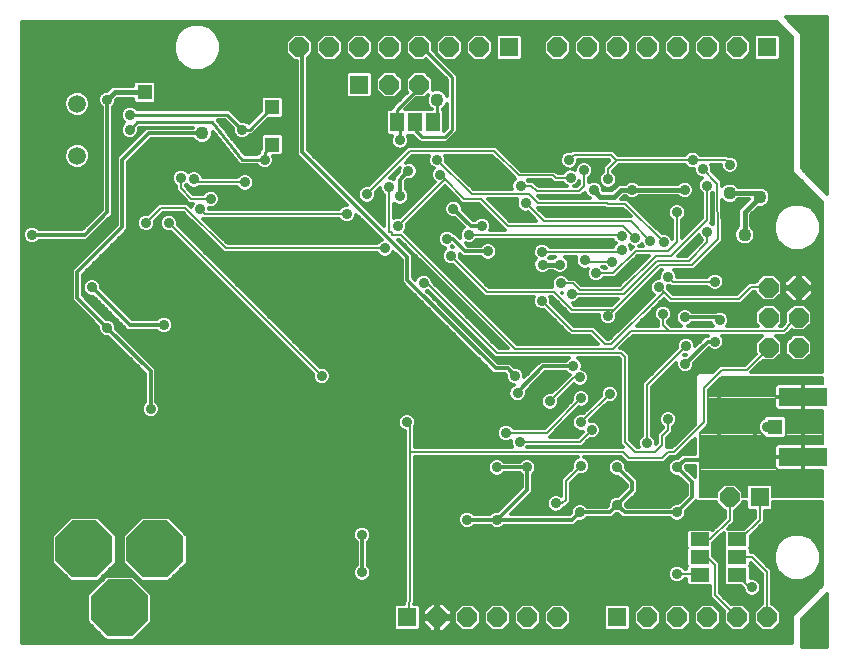
<source format=gbl>
G75*
G70*
%OFA0B0*%
%FSLAX24Y24*%
%IPPOS*%
%LPD*%
%AMOC8*
5,1,8,0,0,1.08239X$1,22.5*
%
%ADD10OC8,0.0640*%
%ADD11R,0.0640X0.0640*%
%ADD12OC8,0.1900*%
%ADD13R,0.1600X0.0600*%
%ADD14R,0.0630X0.0460*%
%ADD15R,0.0460X0.0630*%
%ADD16C,0.0594*%
%ADD17R,0.0512X0.0512*%
%ADD18C,0.0120*%
%ADD19C,0.0350*%
%ADD20C,0.0436*%
%ADD21C,0.0070*%
%ADD22C,0.0160*%
%ADD23C,0.0200*%
%ADD24C,0.0100*%
D10*
X014847Y002340D03*
X015847Y002340D03*
X016847Y002340D03*
X017847Y002340D03*
X018847Y002340D03*
X021847Y002340D03*
X022847Y002340D03*
X023847Y002340D03*
X024847Y002340D03*
X025847Y002340D03*
X024597Y006340D03*
X025902Y011321D03*
X026902Y011321D03*
X026902Y012321D03*
X025902Y012321D03*
X025902Y013321D03*
X026902Y013321D03*
X024847Y021340D03*
X023847Y021340D03*
X022847Y021340D03*
X021847Y021340D03*
X020847Y021340D03*
X019847Y021340D03*
X018847Y021340D03*
X016247Y021340D03*
X015247Y021340D03*
X014247Y021340D03*
X013247Y021340D03*
X012247Y021340D03*
X011247Y021340D03*
X010247Y021340D03*
X013247Y020090D03*
X014247Y020090D03*
D11*
X012247Y020090D03*
X017247Y021340D03*
X025847Y021340D03*
X025597Y006340D03*
X020847Y002340D03*
X013847Y002340D03*
D12*
X005447Y004610D03*
X004267Y002640D03*
X003087Y004610D03*
D13*
X027047Y007690D03*
X027047Y009690D03*
D14*
X024847Y004940D03*
X024847Y004340D03*
X024847Y003740D03*
X023597Y003740D03*
X023597Y004340D03*
X023597Y004940D03*
D15*
X014697Y018840D03*
X014097Y018840D03*
X013497Y018840D03*
D16*
X002847Y019457D03*
X002847Y017724D03*
D17*
X005097Y019840D03*
X009347Y019340D03*
X009347Y018090D03*
X026097Y008690D03*
D18*
X001007Y001500D02*
X001007Y022180D01*
X026180Y022180D01*
X026687Y021674D01*
X026687Y017174D01*
X026780Y017080D01*
X026780Y017080D01*
X027687Y016174D01*
X027687Y010505D01*
X025320Y010505D01*
X025700Y010886D01*
X025715Y010871D01*
X026088Y010871D01*
X026352Y011134D01*
X026352Y011507D01*
X026133Y011725D01*
X026328Y011725D01*
X026465Y011725D01*
X026663Y011923D01*
X026715Y011871D01*
X027088Y011871D01*
X027352Y012134D01*
X027352Y012507D01*
X027088Y012771D01*
X026715Y012771D01*
X026452Y012507D01*
X026452Y012179D01*
X026328Y012055D01*
X026273Y012055D01*
X026352Y012134D01*
X026352Y012507D01*
X026088Y012771D01*
X025715Y012771D01*
X025452Y012507D01*
X025452Y012134D01*
X025531Y012055D01*
X024503Y012055D01*
X024525Y012078D01*
X024572Y012190D01*
X024572Y012311D01*
X024525Y012423D01*
X024439Y012509D01*
X024327Y012555D01*
X024206Y012555D01*
X024160Y012536D01*
X024142Y012539D01*
X024131Y012530D01*
X023338Y012530D01*
X023269Y012599D01*
X023157Y012645D01*
X023036Y012645D01*
X022924Y012599D01*
X022838Y012513D01*
X022792Y012401D01*
X022792Y012280D01*
X022838Y012168D01*
X022924Y012082D01*
X022988Y012055D01*
X022645Y012055D01*
X022542Y012159D01*
X022542Y012199D01*
X022549Y012202D01*
X022635Y012288D01*
X022682Y012400D01*
X022682Y012521D01*
X022635Y012633D01*
X022549Y012719D01*
X022437Y012765D01*
X022316Y012765D01*
X022204Y012719D01*
X022118Y012633D01*
X022072Y012521D01*
X022072Y012400D01*
X022118Y012288D01*
X022204Y012202D01*
X022212Y012199D01*
X022212Y012159D01*
X022212Y012055D01*
X021495Y012055D01*
X022397Y012957D01*
X022482Y012872D01*
X022578Y012775D01*
X024828Y012775D01*
X024965Y012775D01*
X025365Y013175D01*
X025452Y013175D01*
X025452Y013134D01*
X025715Y012871D01*
X026088Y012871D01*
X026352Y013134D01*
X026352Y013507D01*
X026088Y013771D01*
X025715Y013771D01*
X025452Y013507D01*
X025452Y013505D01*
X025228Y013505D01*
X025132Y013409D01*
X024828Y013105D01*
X022715Y013105D01*
X022562Y013259D01*
X022548Y013272D01*
X022552Y013280D01*
X022552Y013385D01*
X022607Y013385D01*
X022615Y013389D01*
X022638Y013365D01*
X023845Y013365D01*
X023848Y013358D01*
X023934Y013272D01*
X024046Y013225D01*
X024167Y013225D01*
X024279Y013272D01*
X024365Y013358D01*
X024412Y013470D01*
X024412Y013591D01*
X024365Y013703D01*
X024279Y013789D01*
X024167Y013835D01*
X024046Y013835D01*
X023934Y013789D01*
X023848Y013703D01*
X023845Y013695D01*
X022852Y013695D01*
X022852Y013751D01*
X022805Y013863D01*
X022743Y013925D01*
X023278Y013925D01*
X023415Y013925D01*
X024265Y014776D01*
X024266Y014776D01*
X024312Y014823D01*
X024362Y014872D01*
X024362Y014873D01*
X024362Y014939D01*
X024362Y015009D01*
X024361Y015009D01*
X024355Y016240D01*
X024409Y016185D01*
X024537Y016132D01*
X024676Y016132D01*
X024804Y016185D01*
X024889Y016270D01*
X025230Y016270D01*
X024887Y015927D01*
X024887Y015753D01*
X024887Y015373D01*
X024801Y015288D01*
X024749Y015160D01*
X024749Y015021D01*
X024801Y014893D01*
X024899Y014795D01*
X025027Y014742D01*
X025166Y014742D01*
X025294Y014795D01*
X025392Y014893D01*
X025445Y015021D01*
X025445Y015160D01*
X025392Y015288D01*
X025307Y015373D01*
X025307Y015753D01*
X025545Y015992D01*
X025666Y015992D01*
X025794Y016045D01*
X025892Y016143D01*
X025945Y016271D01*
X025945Y016410D01*
X025892Y016538D01*
X025794Y016636D01*
X025666Y016689D01*
X025545Y016689D01*
X025544Y016690D01*
X025370Y016690D01*
X024889Y016690D01*
X024804Y016776D01*
X024676Y016829D01*
X024537Y016829D01*
X024409Y016776D01*
X024352Y016718D01*
X024352Y016804D01*
X024352Y016869D01*
X024351Y016869D01*
X024351Y016870D01*
X026991Y016870D01*
X026873Y016988D02*
X024232Y016988D01*
X024304Y016916D02*
X023998Y017222D01*
X024002Y017230D01*
X024002Y017351D01*
X023971Y017425D01*
X024292Y017425D01*
X024292Y017370D01*
X024338Y017258D01*
X024424Y017172D01*
X024536Y017125D01*
X024657Y017125D01*
X024769Y017172D01*
X024855Y017258D01*
X024902Y017370D01*
X024902Y017491D01*
X024855Y017603D01*
X024769Y017689D01*
X024657Y017735D01*
X024536Y017735D01*
X024535Y017735D01*
X024515Y017755D01*
X023618Y017755D01*
X023615Y017763D01*
X023529Y017849D01*
X023417Y017895D01*
X023296Y017895D01*
X023184Y017849D01*
X023098Y017763D01*
X023095Y017755D01*
X020865Y017755D01*
X020715Y017905D01*
X020578Y017905D01*
X019328Y017905D01*
X019315Y017892D01*
X019307Y017895D01*
X019186Y017895D01*
X019074Y017849D01*
X018988Y017763D01*
X018942Y017651D01*
X018942Y017530D01*
X018988Y017418D01*
X019074Y017332D01*
X019186Y017285D01*
X019212Y017285D01*
X019124Y017249D01*
X019038Y017163D01*
X019035Y017155D01*
X018865Y017155D01*
X018785Y017235D01*
X018648Y017235D01*
X017635Y017235D01*
X016815Y018055D01*
X026687Y018055D01*
X026687Y017937D02*
X016934Y017937D01*
X017052Y017818D02*
X019043Y017818D01*
X018962Y017699D02*
X017171Y017699D01*
X017289Y017581D02*
X018942Y017581D01*
X018969Y017462D02*
X017408Y017462D01*
X017527Y017344D02*
X019062Y017344D01*
X019100Y017225D02*
X018795Y017225D01*
X018648Y016905D02*
X017873Y016905D01*
X017885Y016893D01*
X017888Y016885D01*
X017908Y016885D01*
X018045Y016885D01*
X018225Y016705D01*
X019188Y016705D01*
X019124Y016732D01*
X019038Y016818D01*
X019035Y016825D01*
X018728Y016825D01*
X018648Y016905D01*
X018684Y016870D02*
X018061Y016870D01*
X018179Y016751D02*
X019105Y016751D01*
X019405Y016705D02*
X019469Y016732D01*
X019555Y016818D01*
X019582Y016882D01*
X019582Y016779D01*
X019508Y016705D01*
X019405Y016705D01*
X019489Y016751D02*
X019554Y016751D01*
X019577Y016870D02*
X019582Y016870D01*
X019912Y016870D02*
X019934Y016870D01*
X019912Y016860D02*
X019912Y016979D01*
X019919Y016982D01*
X020005Y017068D01*
X020052Y017180D01*
X020052Y017301D01*
X020005Y017413D01*
X019919Y017499D01*
X019807Y017545D01*
X019686Y017545D01*
X019574Y017499D01*
X019514Y017439D01*
X019552Y017530D01*
X019552Y017575D01*
X020578Y017575D01*
X020588Y017565D01*
X020382Y017359D01*
X020382Y017222D01*
X020382Y017202D01*
X020374Y017199D01*
X020288Y017113D01*
X020242Y017001D01*
X020242Y016880D01*
X020272Y016806D01*
X020229Y016849D01*
X020117Y016895D01*
X019996Y016895D01*
X019912Y016860D01*
X019926Y016988D02*
X020242Y016988D01*
X020246Y016870D02*
X020180Y016870D01*
X020331Y016725D02*
X020374Y016682D01*
X020486Y016635D01*
X020607Y016635D01*
X020719Y016682D01*
X020805Y016768D01*
X020852Y016880D01*
X020852Y017001D01*
X020805Y017113D01*
X020719Y017199D01*
X020712Y017202D01*
X020712Y017222D01*
X020915Y017425D01*
X023095Y017425D01*
X023098Y017418D01*
X023184Y017332D01*
X023296Y017285D01*
X023392Y017285D01*
X023392Y017230D01*
X023438Y017118D01*
X023524Y017032D01*
X023636Y016985D01*
X023660Y016985D01*
X023578Y016903D01*
X023532Y016791D01*
X023532Y016670D01*
X023578Y016558D01*
X023664Y016472D01*
X023672Y016469D01*
X023672Y015649D01*
X023012Y014989D01*
X023012Y015579D01*
X023019Y015582D01*
X023105Y015668D01*
X023152Y015780D01*
X023152Y015901D01*
X023105Y016013D01*
X023019Y016099D01*
X022907Y016145D01*
X022786Y016145D01*
X022674Y016099D01*
X022588Y016013D01*
X022542Y015901D01*
X022542Y015780D01*
X022588Y015668D01*
X022674Y015582D01*
X022682Y015579D01*
X022682Y014949D01*
X022655Y015013D01*
X022569Y015099D01*
X022457Y015145D01*
X022336Y015145D01*
X022328Y015142D01*
X021185Y016285D01*
X021048Y016285D01*
X020969Y016285D01*
X021064Y016380D01*
X021125Y016380D01*
X021174Y016332D01*
X021286Y016285D01*
X021407Y016285D01*
X021519Y016332D01*
X021568Y016380D01*
X022875Y016380D01*
X022924Y016332D01*
X023036Y016285D01*
X023157Y016285D01*
X023269Y016332D01*
X023355Y016418D01*
X023402Y016530D01*
X023402Y016651D01*
X023355Y016763D01*
X023269Y016849D01*
X023157Y016895D01*
X023036Y016895D01*
X022924Y016849D01*
X022875Y016800D01*
X021568Y016800D01*
X021519Y016849D01*
X021407Y016895D01*
X021286Y016895D01*
X021174Y016849D01*
X021125Y016800D01*
X021064Y016800D01*
X020890Y016800D01*
X020660Y016570D01*
X020374Y016570D01*
X020362Y016582D01*
X020362Y016651D01*
X020331Y016725D01*
X020362Y016633D02*
X020722Y016633D01*
X020789Y016751D02*
X020840Y016751D01*
X020847Y016870D02*
X021224Y016870D01*
X021470Y016870D02*
X022974Y016870D01*
X023220Y016870D02*
X023564Y016870D01*
X023532Y016751D02*
X023360Y016751D01*
X023402Y016633D02*
X023547Y016633D01*
X023622Y016514D02*
X023395Y016514D01*
X023333Y016395D02*
X023672Y016395D01*
X023672Y016277D02*
X021193Y016277D01*
X021312Y016158D02*
X023672Y016158D01*
X023672Y016040D02*
X023079Y016040D01*
X023143Y015921D02*
X023672Y015921D01*
X023672Y015803D02*
X023152Y015803D01*
X023112Y015684D02*
X023672Y015684D01*
X023589Y015566D02*
X023012Y015566D01*
X023012Y015447D02*
X023470Y015447D01*
X023351Y015329D02*
X023012Y015329D01*
X023012Y015210D02*
X023233Y015210D01*
X023114Y015091D02*
X023012Y015091D01*
X022682Y015091D02*
X022577Y015091D01*
X022672Y014973D02*
X022682Y014973D01*
X022682Y015210D02*
X022260Y015210D01*
X022142Y015329D02*
X022682Y015329D01*
X022682Y015447D02*
X022023Y015447D01*
X021905Y015566D02*
X022682Y015566D01*
X022581Y015684D02*
X021786Y015684D01*
X021668Y015803D02*
X022542Y015803D01*
X022550Y015921D02*
X021549Y015921D01*
X021431Y016040D02*
X022615Y016040D01*
X021298Y015705D02*
X018465Y015705D01*
X018195Y015975D01*
X020438Y015975D01*
X020458Y015955D01*
X021048Y015955D01*
X021298Y015705D01*
X021201Y015803D02*
X018368Y015803D01*
X018249Y015921D02*
X021082Y015921D01*
X020714Y014925D02*
X020738Y014868D01*
X020790Y014815D01*
X020738Y014763D01*
X020706Y014685D01*
X018608Y014685D01*
X018605Y014693D01*
X018519Y014779D01*
X018407Y014825D01*
X018286Y014825D01*
X018174Y014779D01*
X018088Y014693D01*
X018042Y014581D01*
X018042Y014460D01*
X018088Y014348D01*
X018130Y014305D01*
X018098Y014273D01*
X018052Y014161D01*
X018052Y014040D01*
X018098Y013928D01*
X018184Y013842D01*
X018296Y013795D01*
X018417Y013795D01*
X018529Y013842D01*
X018578Y013890D01*
X018715Y013890D01*
X018764Y013842D01*
X018876Y013795D01*
X018997Y013795D01*
X019109Y013842D01*
X019195Y013928D01*
X019242Y014040D01*
X019242Y014161D01*
X019195Y014273D01*
X019113Y014355D01*
X019484Y014355D01*
X019462Y014301D01*
X019462Y014180D01*
X019508Y014068D01*
X019594Y013982D01*
X019706Y013935D01*
X019827Y013935D01*
X019865Y013951D01*
X019832Y013871D01*
X019832Y013750D01*
X019878Y013638D01*
X019964Y013552D01*
X020076Y013505D01*
X020197Y013505D01*
X020309Y013552D01*
X020395Y013638D01*
X020398Y013645D01*
X020648Y013645D01*
X020785Y013645D01*
X021525Y014385D01*
X021897Y014385D01*
X020919Y013415D01*
X019665Y013415D01*
X019445Y013635D01*
X019308Y013635D01*
X019228Y013635D01*
X019225Y013643D01*
X019139Y013729D01*
X019027Y013775D01*
X018906Y013775D01*
X018794Y013729D01*
X018708Y013643D01*
X018662Y013531D01*
X018662Y013410D01*
X018684Y013355D01*
X018678Y013355D01*
X016565Y013355D01*
X015598Y014322D01*
X015602Y014330D01*
X015602Y014451D01*
X015598Y014461D01*
X015708Y014350D01*
X016295Y014350D01*
X016364Y014282D01*
X016476Y014235D01*
X016597Y014235D01*
X016709Y014282D01*
X016795Y014368D01*
X016842Y014480D01*
X016842Y014601D01*
X016795Y014713D01*
X016709Y014799D01*
X016597Y014845D01*
X016476Y014845D01*
X016364Y014799D01*
X016295Y014730D01*
X015865Y014730D01*
X015792Y014804D01*
X015836Y014785D01*
X015957Y014785D01*
X016069Y014832D01*
X016155Y014918D01*
X016158Y014925D01*
X020714Y014925D01*
X020751Y014854D02*
X016092Y014854D01*
X016301Y014736D02*
X015860Y014736D01*
X015787Y014540D02*
X015377Y014950D01*
X015167Y014950D01*
X014950Y014736D02*
X014235Y014736D01*
X014353Y014617D02*
X015092Y014617D01*
X015106Y014645D02*
X014994Y014692D01*
X014908Y014778D01*
X014862Y014890D01*
X014862Y015011D01*
X014908Y015123D01*
X014994Y015209D01*
X015106Y015255D01*
X015227Y015255D01*
X015339Y015209D01*
X015408Y015140D01*
X015455Y015140D01*
X015610Y014986D01*
X015592Y015030D01*
X015592Y015151D01*
X015638Y015263D01*
X015724Y015349D01*
X015728Y015351D01*
X015423Y015655D01*
X015326Y015655D01*
X015214Y015702D01*
X015128Y015788D01*
X015082Y015900D01*
X015082Y016021D01*
X015128Y016133D01*
X015214Y016219D01*
X015326Y016265D01*
X015447Y016265D01*
X015559Y016219D01*
X015645Y016133D01*
X015692Y016021D01*
X015692Y015924D01*
X016035Y015580D01*
X016095Y015580D01*
X016164Y015649D01*
X016276Y015695D01*
X016397Y015695D01*
X016509Y015649D01*
X016595Y015563D01*
X016642Y015451D01*
X016642Y015330D01*
X016611Y015255D01*
X017098Y015255D01*
X016228Y016125D01*
X015815Y016125D01*
X015678Y016125D01*
X015097Y016707D01*
X013848Y015459D01*
X013852Y015451D01*
X013852Y015330D01*
X013805Y015218D01*
X013779Y015191D01*
X013812Y015159D01*
X017515Y011455D01*
X020198Y011455D01*
X019928Y011725D01*
X019278Y011725D01*
X019182Y011822D01*
X018415Y012589D01*
X018407Y012585D01*
X018286Y012585D01*
X018174Y012632D01*
X018088Y012718D01*
X018042Y012830D01*
X018042Y012951D01*
X018072Y013025D01*
X016428Y013025D01*
X016332Y013122D01*
X016332Y013122D01*
X015365Y014089D01*
X015357Y014085D01*
X015236Y014085D01*
X015124Y014132D01*
X015038Y014218D01*
X014992Y014330D01*
X014992Y014451D01*
X015038Y014563D01*
X015120Y014645D01*
X015106Y014645D01*
X015011Y014499D02*
X014472Y014499D01*
X014590Y014380D02*
X014992Y014380D01*
X015020Y014262D02*
X014709Y014262D01*
X014827Y014143D02*
X015113Y014143D01*
X014946Y014025D02*
X015429Y014025D01*
X015548Y013906D02*
X015064Y013906D01*
X015183Y013788D02*
X015666Y013788D01*
X015785Y013669D02*
X015301Y013669D01*
X015420Y013550D02*
X015903Y013550D01*
X016022Y013432D02*
X015539Y013432D01*
X015657Y013313D02*
X016140Y013313D01*
X016259Y013195D02*
X015776Y013195D01*
X015894Y013076D02*
X016377Y013076D01*
X016131Y012839D02*
X018042Y012839D01*
X018044Y012958D02*
X016013Y012958D01*
X015783Y012721D02*
X015500Y012721D01*
X015381Y012839D02*
X015665Y012839D01*
X015546Y012958D02*
X015263Y012958D01*
X015144Y013076D02*
X015427Y013076D01*
X015309Y013195D02*
X015026Y013195D01*
X014907Y013313D02*
X015190Y013313D01*
X015072Y013432D02*
X014789Y013432D01*
X014702Y013519D02*
X014702Y013551D01*
X014655Y013663D01*
X014569Y013749D01*
X014457Y013795D01*
X014336Y013795D01*
X014224Y013749D01*
X014138Y013663D01*
X014110Y013596D01*
X014037Y013669D01*
X014144Y013669D01*
X014037Y013669D02*
X014037Y014262D01*
X014242Y014262D01*
X014123Y014380D02*
X014037Y014380D01*
X014037Y014419D02*
X014037Y014262D01*
X014037Y014143D02*
X014361Y014143D01*
X014479Y014025D02*
X014037Y014025D01*
X014037Y013906D02*
X014598Y013906D01*
X014716Y013788D02*
X014476Y013788D01*
X014317Y013788D02*
X014037Y013788D01*
X013847Y013590D02*
X013847Y014340D01*
X010347Y017840D01*
X010347Y021240D01*
X010247Y021340D01*
X010561Y021019D02*
X010932Y021019D01*
X010813Y021137D02*
X010680Y021137D01*
X010697Y021154D02*
X010537Y020994D01*
X010537Y017919D01*
X013082Y015374D01*
X013082Y016429D01*
X013074Y016432D01*
X012988Y016518D01*
X012942Y016630D01*
X012942Y016652D01*
X012798Y016509D01*
X012802Y016501D01*
X012802Y016380D01*
X012755Y016268D01*
X012669Y016182D01*
X012557Y016135D01*
X012436Y016135D01*
X012324Y016182D01*
X012238Y016268D01*
X012192Y016380D01*
X012192Y016501D01*
X012238Y016613D01*
X012324Y016699D01*
X012436Y016745D01*
X012557Y016745D01*
X012565Y016742D01*
X013782Y017959D01*
X013878Y018055D01*
X013843Y018055D01*
X013855Y018068D02*
X013902Y018180D01*
X013902Y018301D01*
X013862Y018395D01*
X014037Y018395D01*
X014167Y018266D01*
X014272Y018160D01*
X015022Y018160D01*
X015171Y018160D01*
X015421Y018410D01*
X015527Y018516D01*
X015527Y020415D01*
X015421Y020520D01*
X014697Y021245D01*
X014697Y021527D01*
X014433Y021790D01*
X014060Y021790D01*
X013797Y021527D01*
X013797Y021154D01*
X014060Y020890D01*
X014433Y020890D01*
X014488Y020945D01*
X015167Y020266D01*
X015167Y019727D01*
X015142Y019788D01*
X015044Y019886D01*
X014916Y019939D01*
X014777Y019939D01*
X014697Y019905D01*
X014697Y020277D01*
X014433Y020540D01*
X014060Y020540D01*
X013797Y020277D01*
X013797Y019904D01*
X013851Y019850D01*
X013317Y019315D01*
X013317Y019285D01*
X013213Y019285D01*
X013137Y019209D01*
X013137Y018472D01*
X013213Y018395D01*
X013331Y018395D01*
X013292Y018301D01*
X013292Y018180D01*
X013338Y018068D01*
X013424Y017982D01*
X013536Y017935D01*
X013657Y017935D01*
X013769Y017982D01*
X013855Y018068D01*
X013878Y018055D02*
X016678Y018055D01*
X016815Y018055D01*
X016678Y017725D02*
X017402Y017002D01*
X017439Y016964D01*
X017368Y016893D01*
X017322Y016781D01*
X017322Y016660D01*
X017344Y016605D01*
X016065Y016605D01*
X015148Y017522D01*
X015152Y017530D01*
X015152Y017651D01*
X015121Y017725D01*
X016678Y017725D01*
X016704Y017699D02*
X015132Y017699D01*
X015152Y017581D02*
X016823Y017581D01*
X016941Y017462D02*
X015208Y017462D01*
X015327Y017344D02*
X017060Y017344D01*
X017178Y017225D02*
X015445Y017225D01*
X015564Y017107D02*
X017297Y017107D01*
X017416Y016988D02*
X015682Y016988D01*
X015801Y016870D02*
X017358Y016870D01*
X017322Y016751D02*
X015919Y016751D01*
X016038Y016633D02*
X017333Y016633D01*
X017522Y016275D02*
X016545Y016275D01*
X017265Y015555D01*
X018148Y015555D01*
X017865Y015839D01*
X017857Y015835D01*
X017736Y015835D01*
X017624Y015882D01*
X017538Y015968D01*
X017492Y016080D01*
X017492Y016201D01*
X017522Y016275D01*
X017492Y016158D02*
X016662Y016158D01*
X016781Y016040D02*
X017508Y016040D01*
X017584Y015921D02*
X016899Y015921D01*
X017018Y015803D02*
X017901Y015803D01*
X018020Y015684D02*
X017136Y015684D01*
X017255Y015566D02*
X018138Y015566D01*
X018265Y016305D02*
X018195Y016375D01*
X019508Y016375D01*
X019645Y016375D01*
X019766Y016496D01*
X019798Y016418D01*
X019884Y016332D01*
X019948Y016305D01*
X018265Y016305D01*
X019331Y017295D02*
X019419Y017332D01*
X019479Y017392D01*
X019442Y017301D01*
X019442Y017260D01*
X019357Y017295D01*
X019331Y017295D01*
X019431Y017344D02*
X019459Y017344D01*
X019524Y017462D02*
X019537Y017462D01*
X019956Y017462D02*
X020485Y017462D01*
X020382Y017344D02*
X020034Y017344D01*
X020052Y017225D02*
X020382Y017225D01*
X020285Y017107D02*
X020021Y017107D01*
X020715Y017225D02*
X023393Y017225D01*
X023449Y017107D02*
X020808Y017107D01*
X020852Y016988D02*
X023629Y016988D01*
X024000Y017225D02*
X024370Y017225D01*
X024302Y017344D02*
X024002Y017344D01*
X024114Y017107D02*
X026754Y017107D01*
X026687Y017225D02*
X024823Y017225D01*
X024891Y017344D02*
X026687Y017344D01*
X026687Y017462D02*
X024902Y017462D01*
X024864Y017581D02*
X026687Y017581D01*
X026687Y017699D02*
X024744Y017699D01*
X024304Y016916D02*
X024351Y016870D01*
X024352Y016751D02*
X024385Y016751D01*
X024828Y016751D02*
X027110Y016751D01*
X027228Y016633D02*
X025797Y016633D01*
X025901Y016514D02*
X027347Y016514D01*
X027465Y016395D02*
X025945Y016395D01*
X025945Y016277D02*
X027584Y016277D01*
X027687Y016158D02*
X025898Y016158D01*
X025780Y016040D02*
X026471Y016040D01*
X026399Y016010D02*
X026177Y015788D01*
X026057Y015498D01*
X026057Y015183D01*
X026177Y014893D01*
X026399Y014671D01*
X026689Y014551D01*
X027004Y014551D01*
X027294Y014671D01*
X027516Y014893D01*
X027636Y015183D01*
X027636Y015498D01*
X027516Y015788D01*
X027294Y016010D01*
X027004Y016130D01*
X026689Y016130D01*
X026399Y016010D01*
X026310Y015921D02*
X025474Y015921D01*
X025356Y015803D02*
X026192Y015803D01*
X026134Y015684D02*
X025307Y015684D01*
X025307Y015566D02*
X026085Y015566D01*
X026057Y015447D02*
X025307Y015447D01*
X025351Y015329D02*
X026057Y015329D01*
X026057Y015210D02*
X025424Y015210D01*
X025445Y015091D02*
X026095Y015091D01*
X026144Y014973D02*
X025425Y014973D01*
X025353Y014854D02*
X026216Y014854D01*
X026334Y014736D02*
X024225Y014736D01*
X024107Y014617D02*
X026528Y014617D01*
X027165Y014617D02*
X027687Y014617D01*
X027687Y014499D02*
X023988Y014499D01*
X023870Y014380D02*
X027687Y014380D01*
X027687Y014262D02*
X023751Y014262D01*
X023633Y014143D02*
X027687Y014143D01*
X027687Y014025D02*
X023514Y014025D01*
X023168Y014395D02*
X023682Y014909D01*
X023682Y014929D01*
X023674Y014932D01*
X023588Y015018D01*
X023564Y015075D01*
X022885Y014395D01*
X023168Y014395D01*
X023272Y014499D02*
X022988Y014499D01*
X023107Y014617D02*
X023390Y014617D01*
X023509Y014736D02*
X023225Y014736D01*
X023344Y014854D02*
X023627Y014854D01*
X023633Y014973D02*
X023462Y014973D01*
X023962Y015473D02*
X024002Y015512D01*
X024002Y015649D01*
X024002Y016469D01*
X024009Y016472D01*
X024023Y016486D01*
X024029Y015439D01*
X024019Y015449D01*
X023962Y015473D01*
X024021Y015447D02*
X024029Y015447D01*
X024028Y015566D02*
X024002Y015566D01*
X024002Y015684D02*
X024028Y015684D01*
X024027Y015803D02*
X024002Y015803D01*
X024002Y015921D02*
X024026Y015921D01*
X024026Y016040D02*
X024002Y016040D01*
X024002Y016158D02*
X024025Y016158D01*
X024024Y016277D02*
X024002Y016277D01*
X024002Y016395D02*
X024024Y016395D01*
X024355Y016158D02*
X024474Y016158D01*
X024356Y016040D02*
X024999Y016040D01*
X024887Y015921D02*
X024356Y015921D01*
X024357Y015803D02*
X024887Y015803D01*
X024887Y015684D02*
X024358Y015684D01*
X024358Y015566D02*
X024887Y015566D01*
X024887Y015447D02*
X024359Y015447D01*
X024359Y015329D02*
X024842Y015329D01*
X024769Y015210D02*
X024360Y015210D01*
X024361Y015091D02*
X024749Y015091D01*
X024768Y014973D02*
X024362Y014973D01*
X024362Y014873D02*
X024362Y014873D01*
X024344Y014854D02*
X024840Y014854D01*
X024281Y013788D02*
X026690Y013788D01*
X026703Y013801D02*
X026422Y013520D01*
X026422Y013361D01*
X026861Y013361D01*
X026861Y013281D01*
X026422Y013281D01*
X026422Y013122D01*
X026703Y012841D01*
X026862Y012841D01*
X026862Y013281D01*
X026942Y013281D01*
X026942Y013361D01*
X027382Y013361D01*
X027382Y013520D01*
X027101Y013801D01*
X026942Y013801D01*
X026942Y013361D01*
X026862Y013361D01*
X026862Y013801D01*
X026703Y013801D01*
X026862Y013788D02*
X026942Y013788D01*
X026942Y013669D02*
X026862Y013669D01*
X026862Y013550D02*
X026942Y013550D01*
X026942Y013432D02*
X026862Y013432D01*
X026861Y013313D02*
X026352Y013313D01*
X026352Y013195D02*
X026422Y013195D01*
X026467Y013076D02*
X026294Y013076D01*
X026175Y012958D02*
X026586Y012958D01*
X026665Y012721D02*
X026138Y012721D01*
X026257Y012602D02*
X026547Y012602D01*
X026452Y012484D02*
X026352Y012484D01*
X026352Y012365D02*
X026452Y012365D01*
X026452Y012246D02*
X026352Y012246D01*
X026345Y012128D02*
X026401Y012128D01*
X026630Y011891D02*
X026695Y011891D01*
X026715Y011771D02*
X026452Y011507D01*
X026452Y011134D01*
X026715Y010871D01*
X027088Y010871D01*
X027352Y011134D01*
X027352Y011507D01*
X027088Y011771D01*
X026715Y011771D01*
X026598Y011654D02*
X026205Y011654D01*
X026324Y011535D02*
X026480Y011535D01*
X026452Y011417D02*
X026352Y011417D01*
X026352Y011298D02*
X026452Y011298D01*
X026452Y011180D02*
X026352Y011180D01*
X026278Y011061D02*
X026525Y011061D01*
X026644Y010942D02*
X026160Y010942D01*
X025638Y010824D02*
X027687Y010824D01*
X027687Y010942D02*
X027160Y010942D01*
X027278Y011061D02*
X027687Y011061D01*
X027687Y011180D02*
X027352Y011180D01*
X027352Y011298D02*
X027687Y011298D01*
X027687Y011417D02*
X027352Y011417D01*
X027324Y011535D02*
X027687Y011535D01*
X027687Y011654D02*
X027205Y011654D01*
X027108Y011891D02*
X027687Y011891D01*
X027687Y012009D02*
X027227Y012009D01*
X027345Y012128D02*
X027687Y012128D01*
X027687Y012246D02*
X027352Y012246D01*
X027352Y012365D02*
X027687Y012365D01*
X027687Y012484D02*
X027352Y012484D01*
X027257Y012602D02*
X027687Y012602D01*
X027687Y012721D02*
X027138Y012721D01*
X027101Y012841D02*
X027382Y013122D01*
X027382Y013281D01*
X026942Y013281D01*
X026942Y012841D01*
X027101Y012841D01*
X027217Y012958D02*
X027687Y012958D01*
X027687Y013076D02*
X027336Y013076D01*
X027382Y013195D02*
X027687Y013195D01*
X027687Y013313D02*
X026942Y013313D01*
X026942Y013195D02*
X026862Y013195D01*
X026862Y013076D02*
X026942Y013076D01*
X026942Y012958D02*
X026862Y012958D01*
X026422Y013432D02*
X026352Y013432D01*
X026308Y013550D02*
X026453Y013550D01*
X026571Y013669D02*
X026190Y013669D01*
X025614Y013669D02*
X024379Y013669D01*
X024412Y013550D02*
X025495Y013550D01*
X025155Y013432D02*
X024396Y013432D01*
X024321Y013313D02*
X025036Y013313D01*
X024918Y013195D02*
X022626Y013195D01*
X022562Y013259D02*
X022562Y013259D01*
X022552Y013313D02*
X023892Y013313D01*
X023932Y013788D02*
X022837Y013788D01*
X022762Y013906D02*
X027687Y013906D01*
X027687Y013788D02*
X027114Y013788D01*
X027232Y013669D02*
X027687Y013669D01*
X027687Y013550D02*
X027351Y013550D01*
X027382Y013432D02*
X027687Y013432D01*
X027687Y012839D02*
X025029Y012839D01*
X025147Y012958D02*
X025628Y012958D01*
X025510Y013076D02*
X025266Y013076D01*
X025665Y012721D02*
X022545Y012721D01*
X022515Y012839D02*
X022279Y012839D01*
X022208Y012721D02*
X022160Y012721D01*
X022105Y012602D02*
X022042Y012602D01*
X022072Y012484D02*
X021923Y012484D01*
X021804Y012365D02*
X022086Y012365D01*
X022159Y012246D02*
X021686Y012246D01*
X021567Y012128D02*
X022212Y012128D01*
X022572Y012128D02*
X022878Y012128D01*
X022805Y012246D02*
X022594Y012246D01*
X022667Y012365D02*
X022792Y012365D01*
X022826Y012484D02*
X022682Y012484D01*
X022648Y012602D02*
X022931Y012602D01*
X023097Y012340D02*
X024197Y012340D01*
X024267Y012250D01*
X024546Y012128D02*
X025458Y012128D01*
X025452Y012246D02*
X024572Y012246D01*
X024549Y012365D02*
X025452Y012365D01*
X025452Y012484D02*
X024465Y012484D01*
X023978Y012150D02*
X024008Y012078D01*
X024030Y012055D01*
X023205Y012055D01*
X023269Y012082D01*
X023338Y012150D01*
X023978Y012150D01*
X023987Y012128D02*
X023315Y012128D01*
X023788Y011720D02*
X023452Y011384D01*
X023452Y011451D01*
X023405Y011563D01*
X023319Y011649D01*
X023207Y011695D01*
X023086Y011695D01*
X022974Y011649D01*
X022888Y011563D01*
X022842Y011451D01*
X022842Y011330D01*
X022845Y011322D01*
X021778Y010255D01*
X021682Y010159D01*
X021682Y008402D01*
X021674Y008399D01*
X021588Y008313D01*
X021542Y008201D01*
X021542Y008080D01*
X021572Y008005D01*
X021515Y008005D01*
X021262Y008259D01*
X021262Y011084D01*
X021165Y011180D01*
X021040Y011305D01*
X020945Y011305D01*
X021365Y011725D01*
X022508Y011725D01*
X022645Y011725D01*
X023880Y011725D01*
X023875Y011720D01*
X023788Y011720D01*
X023721Y011654D02*
X023308Y011654D01*
X023417Y011535D02*
X023603Y011535D01*
X023484Y011417D02*
X023452Y011417D01*
X023784Y011180D02*
X025452Y011180D01*
X025452Y011134D02*
X025467Y011119D01*
X025103Y010755D01*
X024278Y010755D01*
X024182Y010659D01*
X024028Y010505D01*
X023665Y010505D01*
X023528Y010505D01*
X023432Y010409D01*
X023432Y008759D01*
X022678Y008005D01*
X022615Y008005D01*
X022495Y008005D01*
X022512Y008022D01*
X022512Y008322D01*
X022712Y008522D01*
X022712Y008659D01*
X022712Y008679D01*
X022719Y008682D01*
X022805Y008768D01*
X022852Y008880D01*
X022852Y009001D01*
X022805Y009113D01*
X022719Y009199D01*
X022607Y009245D01*
X022486Y009245D01*
X022374Y009199D01*
X022288Y009113D01*
X022242Y009001D01*
X022242Y008880D01*
X022288Y008768D01*
X022374Y008682D01*
X022382Y008679D01*
X022382Y008659D01*
X022278Y008555D01*
X022182Y008459D01*
X022182Y008159D01*
X022152Y008129D01*
X022152Y008201D01*
X022105Y008313D01*
X022019Y008399D01*
X022012Y008402D01*
X022012Y010022D01*
X022812Y010822D01*
X022812Y010720D01*
X022858Y010608D01*
X022944Y010522D01*
X023056Y010475D01*
X023177Y010475D01*
X023289Y010522D01*
X023375Y010608D01*
X023422Y010720D01*
X023422Y010817D01*
X023910Y011305D01*
X023944Y011272D01*
X024056Y011225D01*
X024177Y011225D01*
X024289Y011272D01*
X024375Y011358D01*
X024422Y011470D01*
X024422Y011591D01*
X024375Y011703D01*
X024353Y011725D01*
X025670Y011725D01*
X025452Y011507D01*
X025452Y011134D01*
X025409Y011061D02*
X023666Y011061D01*
X023547Y010942D02*
X025290Y010942D01*
X025172Y010824D02*
X023429Y010824D01*
X023416Y010705D02*
X024228Y010705D01*
X024110Y010587D02*
X023354Y010587D01*
X023491Y010468D02*
X022458Y010468D01*
X022339Y010350D02*
X023432Y010350D01*
X023432Y010231D02*
X022221Y010231D01*
X022102Y010113D02*
X023432Y010113D01*
X023432Y009994D02*
X022012Y009994D01*
X022012Y009876D02*
X023432Y009876D01*
X023432Y009757D02*
X022012Y009757D01*
X022012Y009639D02*
X023432Y009639D01*
X023432Y009520D02*
X022012Y009520D01*
X022012Y009401D02*
X023432Y009401D01*
X023432Y009283D02*
X022012Y009283D01*
X022012Y009164D02*
X022339Y009164D01*
X022260Y009046D02*
X022012Y009046D01*
X022012Y008927D02*
X022242Y008927D01*
X022271Y008809D02*
X022012Y008809D01*
X022012Y008690D02*
X022366Y008690D01*
X022294Y008572D02*
X022012Y008572D01*
X022012Y008453D02*
X022182Y008453D01*
X022182Y008335D02*
X022084Y008335D01*
X022145Y008216D02*
X022182Y008216D01*
X022512Y008216D02*
X022889Y008216D01*
X023007Y008335D02*
X022524Y008335D01*
X022643Y008453D02*
X023126Y008453D01*
X023244Y008572D02*
X022712Y008572D01*
X022728Y008690D02*
X023363Y008690D01*
X023432Y008809D02*
X022822Y008809D01*
X022852Y008927D02*
X023432Y008927D01*
X023432Y009046D02*
X022833Y009046D01*
X022754Y009164D02*
X023432Y009164D01*
X024247Y009190D02*
X024247Y009690D01*
X024097Y009840D01*
X024247Y009190D02*
X024247Y007990D01*
X023847Y007590D01*
X023097Y007590D01*
X022847Y007340D01*
X023347Y006840D01*
X023347Y006340D01*
X022847Y005840D01*
X021097Y005840D01*
X020847Y006090D01*
X021347Y006590D01*
X021347Y006840D01*
X020847Y007340D01*
X020961Y007623D02*
X021030Y007623D01*
X021019Y007599D02*
X020907Y007645D01*
X020786Y007645D01*
X020674Y007599D01*
X020588Y007513D01*
X020542Y007401D01*
X020542Y007280D01*
X020588Y007168D01*
X020674Y007082D01*
X020786Y007035D01*
X020883Y007035D01*
X021157Y006762D01*
X021157Y006669D01*
X020883Y006395D01*
X020786Y006395D01*
X020674Y006349D01*
X020588Y006263D01*
X020542Y006151D01*
X020542Y006054D01*
X020518Y006030D01*
X019838Y006030D01*
X019769Y006099D01*
X019657Y006145D01*
X019536Y006145D01*
X019424Y006099D01*
X019338Y006013D01*
X019292Y005901D01*
X019292Y005804D01*
X019268Y005780D01*
X017305Y005780D01*
X018037Y006512D01*
X018037Y006669D01*
X018037Y007099D01*
X018105Y007168D01*
X018152Y007280D01*
X018152Y007401D01*
X018105Y007513D01*
X018019Y007599D01*
X017907Y007645D01*
X017786Y007645D01*
X017674Y007599D01*
X017605Y007530D01*
X017088Y007530D01*
X017019Y007599D01*
X016907Y007645D01*
X016786Y007645D01*
X016674Y007599D01*
X016588Y007513D01*
X016542Y007401D01*
X016542Y007280D01*
X016588Y007168D01*
X016674Y007082D01*
X016786Y007035D01*
X016907Y007035D01*
X017019Y007082D01*
X017088Y007150D01*
X017605Y007150D01*
X017657Y007099D01*
X017657Y006669D01*
X017018Y006030D01*
X016883Y005895D01*
X016786Y005895D01*
X016674Y005849D01*
X016605Y005780D01*
X016088Y005780D01*
X016019Y005849D01*
X015907Y005895D01*
X015786Y005895D01*
X015674Y005849D01*
X015588Y005763D01*
X015542Y005651D01*
X015542Y005530D01*
X015588Y005418D01*
X015674Y005332D01*
X015786Y005285D01*
X015907Y005285D01*
X016019Y005332D01*
X016088Y005400D01*
X016605Y005400D01*
X016674Y005332D01*
X016786Y005285D01*
X016907Y005285D01*
X017019Y005332D01*
X017088Y005400D01*
X019425Y005400D01*
X019537Y005512D01*
X019560Y005535D01*
X019657Y005535D01*
X019769Y005582D01*
X019838Y005650D01*
X020518Y005650D01*
X020675Y005650D01*
X020810Y005785D01*
X020883Y005785D01*
X021018Y005650D01*
X021175Y005650D01*
X022605Y005650D01*
X022674Y005582D01*
X022786Y005535D01*
X022907Y005535D01*
X023019Y005582D01*
X023105Y005668D01*
X023152Y005780D01*
X023152Y005877D01*
X023489Y006214D01*
X023528Y006175D01*
X024147Y006175D01*
X024147Y006154D01*
X024410Y005890D01*
X024432Y005890D01*
X024432Y005659D01*
X024019Y005246D01*
X023965Y005300D01*
X023228Y005300D01*
X023152Y005224D01*
X023152Y004657D01*
X023168Y004640D01*
X023152Y004624D01*
X023152Y004057D01*
X023168Y004040D01*
X023152Y004024D01*
X023152Y003955D01*
X023108Y003955D01*
X023105Y003963D01*
X023019Y004049D01*
X022907Y004095D01*
X022786Y004095D01*
X022674Y004049D01*
X022588Y003963D01*
X022542Y003851D01*
X022542Y003730D01*
X022588Y003618D01*
X022674Y003532D01*
X022786Y003485D01*
X022907Y003485D01*
X023019Y003532D01*
X023105Y003618D01*
X023108Y003625D01*
X023152Y003625D01*
X023152Y003457D01*
X023228Y003380D01*
X023932Y003380D01*
X023932Y003159D01*
X023932Y003022D01*
X024412Y002542D01*
X024397Y002527D01*
X024397Y002154D01*
X024660Y001890D01*
X025033Y001890D01*
X025297Y002154D01*
X025297Y002527D01*
X025033Y002790D01*
X024660Y002790D01*
X024645Y002775D01*
X024262Y003159D01*
X024262Y004159D01*
X024165Y004255D01*
X024042Y004379D01*
X024042Y004624D01*
X024025Y004640D01*
X024042Y004657D01*
X024042Y004802D01*
X024402Y005162D01*
X024402Y004657D01*
X024418Y004640D01*
X024402Y004624D01*
X024402Y004057D01*
X024418Y004040D01*
X024402Y004024D01*
X024402Y003457D01*
X024478Y003380D01*
X024973Y003380D01*
X025042Y003312D01*
X025042Y003280D01*
X025088Y003168D01*
X025174Y003082D01*
X025286Y003035D01*
X025407Y003035D01*
X025519Y003082D01*
X025605Y003168D01*
X025652Y003280D01*
X025652Y003401D01*
X025605Y003513D01*
X025519Y003599D01*
X025407Y003645D01*
X025292Y003645D01*
X025292Y004024D01*
X025275Y004040D01*
X025292Y004057D01*
X025292Y004162D01*
X025682Y003772D01*
X025682Y002790D01*
X025660Y002790D01*
X025397Y002527D01*
X025397Y002154D01*
X025660Y001890D01*
X026033Y001890D01*
X026297Y002154D01*
X026297Y002527D01*
X026033Y002790D01*
X026012Y002790D01*
X026012Y003909D01*
X025915Y004005D01*
X025415Y004505D01*
X025292Y004505D01*
X025292Y004624D01*
X025275Y004640D01*
X025292Y004657D01*
X025292Y005052D01*
X025665Y005425D01*
X025762Y005522D01*
X025762Y005890D01*
X025970Y005890D01*
X026047Y005967D01*
X026047Y006175D01*
X027687Y006175D01*
X027687Y003407D01*
X026780Y002500D01*
X026687Y002407D01*
X026297Y002407D01*
X026297Y002289D02*
X026687Y002289D01*
X026687Y002407D02*
X026687Y001500D01*
X001007Y001500D01*
X001007Y001578D02*
X003802Y001578D01*
X003819Y001560D02*
X004714Y001560D01*
X005347Y002193D01*
X005347Y003088D01*
X004714Y003720D01*
X003819Y003720D01*
X003187Y003088D01*
X003187Y002193D01*
X003819Y001560D01*
X003684Y001696D02*
X001007Y001696D01*
X001007Y001815D02*
X003565Y001815D01*
X003447Y001933D02*
X001007Y001933D01*
X001007Y002052D02*
X003328Y002052D01*
X003209Y002170D02*
X001007Y002170D01*
X001007Y002289D02*
X003187Y002289D01*
X003187Y002407D02*
X001007Y002407D01*
X001007Y002526D02*
X003187Y002526D01*
X003187Y002644D02*
X001007Y002644D01*
X001007Y002763D02*
X003187Y002763D01*
X003187Y002882D02*
X001007Y002882D01*
X001007Y003000D02*
X003187Y003000D01*
X003217Y003119D02*
X001007Y003119D01*
X001007Y003237D02*
X003336Y003237D01*
X003455Y003356D02*
X001007Y003356D01*
X001007Y003474D02*
X003573Y003474D01*
X003534Y003530D02*
X004167Y004163D01*
X004167Y005058D01*
X003534Y005690D01*
X002639Y005690D01*
X002007Y005058D01*
X002007Y004163D01*
X002639Y003530D01*
X003534Y003530D01*
X003596Y003593D02*
X003692Y003593D01*
X003715Y003711D02*
X003810Y003711D01*
X003833Y003830D02*
X004700Y003830D01*
X004723Y003711D02*
X004818Y003711D01*
X004842Y003593D02*
X004937Y003593D01*
X004999Y003530D02*
X005894Y003530D01*
X006527Y004163D01*
X006527Y005058D01*
X005894Y005690D01*
X004999Y005690D01*
X004367Y005058D01*
X004367Y004163D01*
X004999Y003530D01*
X004960Y003474D02*
X013782Y003474D01*
X013782Y003356D02*
X005079Y003356D01*
X005197Y003237D02*
X013782Y003237D01*
X013782Y003119D02*
X005316Y003119D01*
X005347Y003000D02*
X013782Y003000D01*
X013782Y002954D02*
X013754Y002790D01*
X013473Y002790D01*
X013397Y002714D01*
X013397Y001967D01*
X013473Y001890D01*
X014220Y001890D01*
X014297Y001967D01*
X014297Y002714D01*
X014220Y002790D01*
X014089Y002790D01*
X014101Y002861D01*
X014112Y002872D01*
X014112Y002927D01*
X014121Y002981D01*
X014112Y002993D01*
X014112Y007675D01*
X019538Y007675D01*
X019474Y007649D01*
X019388Y007563D01*
X019342Y007451D01*
X019342Y007330D01*
X019345Y007322D01*
X019078Y007055D01*
X018982Y006959D01*
X018982Y006387D01*
X018969Y006399D01*
X018857Y006445D01*
X018736Y006445D01*
X018624Y006399D01*
X018538Y006313D01*
X018492Y006201D01*
X018492Y006080D01*
X018538Y005968D01*
X018624Y005882D01*
X018736Y005835D01*
X018857Y005835D01*
X018969Y005882D01*
X019055Y005968D01*
X019058Y005975D01*
X019090Y005975D01*
X019215Y006100D01*
X019312Y006197D01*
X019312Y006822D01*
X019578Y007089D01*
X019586Y007085D01*
X019707Y007085D01*
X019819Y007132D01*
X019905Y007218D01*
X019952Y007330D01*
X019952Y007451D01*
X019905Y007563D01*
X019819Y007649D01*
X019755Y007675D01*
X020978Y007675D01*
X021178Y007475D01*
X021315Y007475D01*
X022415Y007475D01*
X022512Y007572D01*
X022615Y007675D01*
X022815Y007675D01*
X022912Y007772D01*
X023432Y008292D01*
X023432Y007780D01*
X023175Y007780D01*
X023018Y007780D01*
X022883Y007645D01*
X022786Y007645D01*
X022674Y007599D01*
X022588Y007513D01*
X022542Y007401D01*
X022542Y007280D01*
X022588Y007168D01*
X022674Y007082D01*
X022786Y007035D01*
X022883Y007035D01*
X023157Y006762D01*
X023157Y006419D01*
X022883Y006145D01*
X022786Y006145D01*
X022674Y006099D01*
X022605Y006030D01*
X021175Y006030D01*
X021152Y006054D01*
X021152Y006127D01*
X021425Y006400D01*
X021537Y006512D01*
X021537Y006762D01*
X021537Y006919D01*
X021152Y007304D01*
X021152Y007401D01*
X021105Y007513D01*
X021019Y007599D01*
X021109Y007505D02*
X021149Y007505D01*
X021152Y007386D02*
X022542Y007386D01*
X022547Y007268D02*
X021188Y007268D01*
X021307Y007149D02*
X022607Y007149D01*
X022888Y007031D02*
X021425Y007031D01*
X021537Y006912D02*
X023006Y006912D01*
X023125Y006793D02*
X021537Y006793D01*
X021537Y006675D02*
X023157Y006675D01*
X023157Y006556D02*
X021537Y006556D01*
X021463Y006438D02*
X023157Y006438D01*
X023057Y006319D02*
X021344Y006319D01*
X021226Y006201D02*
X022938Y006201D01*
X022657Y006082D02*
X021152Y006082D01*
X020847Y006090D02*
X020597Y005840D01*
X019597Y005840D01*
X019347Y005590D01*
X016847Y005590D01*
X017097Y005840D01*
X016951Y005964D02*
X014112Y005964D01*
X014112Y006082D02*
X017070Y006082D01*
X017188Y006201D02*
X014112Y006201D01*
X014112Y006319D02*
X017307Y006319D01*
X017425Y006438D02*
X014112Y006438D01*
X014112Y006556D02*
X017544Y006556D01*
X017657Y006675D02*
X014112Y006675D01*
X014112Y006793D02*
X017657Y006793D01*
X017657Y006912D02*
X014112Y006912D01*
X014112Y007031D02*
X017657Y007031D01*
X017607Y007149D02*
X017087Y007149D01*
X016847Y007340D02*
X017847Y007340D01*
X017847Y006590D01*
X016847Y005590D01*
X015847Y005590D01*
X016058Y005371D02*
X016635Y005371D01*
X017058Y005371D02*
X024144Y005371D01*
X024262Y005489D02*
X019514Y005489D01*
X019795Y005608D02*
X022648Y005608D01*
X023046Y005608D02*
X024381Y005608D01*
X024432Y005727D02*
X023130Y005727D01*
X023152Y005845D02*
X024432Y005845D01*
X024337Y005964D02*
X023238Y005964D01*
X023357Y006082D02*
X024218Y006082D01*
X024762Y005890D02*
X024783Y005890D01*
X025047Y006154D01*
X025047Y006175D01*
X025147Y006175D01*
X025147Y005967D01*
X025223Y005890D01*
X025432Y005890D01*
X025432Y005659D01*
X025073Y005300D01*
X024540Y005300D01*
X024665Y005425D01*
X024762Y005522D01*
X024762Y005890D01*
X024762Y005845D02*
X025432Y005845D01*
X025432Y005727D02*
X024762Y005727D01*
X024762Y005608D02*
X025381Y005608D01*
X025262Y005489D02*
X024729Y005489D01*
X024610Y005371D02*
X025144Y005371D01*
X025373Y005134D02*
X027687Y005134D01*
X027687Y005252D02*
X025492Y005252D01*
X025610Y005371D02*
X027687Y005371D01*
X027687Y005489D02*
X025729Y005489D01*
X025762Y005608D02*
X027687Y005608D01*
X027687Y005727D02*
X025762Y005727D01*
X025762Y005845D02*
X027687Y005845D01*
X027687Y005964D02*
X026044Y005964D01*
X026047Y006082D02*
X027687Y006082D01*
X027687Y005015D02*
X027282Y005015D01*
X027294Y005010D02*
X027004Y005130D01*
X026689Y005130D01*
X026399Y005010D01*
X026177Y004788D01*
X026057Y004498D01*
X026057Y004183D01*
X026177Y003893D01*
X026399Y003671D01*
X026689Y003551D01*
X027004Y003551D01*
X027294Y003671D01*
X027516Y003893D01*
X027636Y004183D01*
X027636Y004498D01*
X027516Y004788D01*
X027294Y005010D01*
X027407Y004897D02*
X027687Y004897D01*
X027687Y004778D02*
X027520Y004778D01*
X027569Y004660D02*
X027687Y004660D01*
X027687Y004541D02*
X027618Y004541D01*
X027636Y004423D02*
X027687Y004423D01*
X027687Y004304D02*
X027636Y004304D01*
X027636Y004186D02*
X027687Y004186D01*
X027687Y004067D02*
X027588Y004067D01*
X027539Y003948D02*
X027687Y003948D01*
X027687Y003830D02*
X027453Y003830D01*
X027335Y003711D02*
X027687Y003711D01*
X027687Y003593D02*
X027106Y003593D01*
X026587Y003593D02*
X026012Y003593D01*
X026012Y003711D02*
X026359Y003711D01*
X026240Y003830D02*
X026012Y003830D01*
X025972Y003948D02*
X026154Y003948D01*
X026105Y004067D02*
X025853Y004067D01*
X025735Y004186D02*
X026057Y004186D01*
X026057Y004304D02*
X025616Y004304D01*
X025498Y004423D02*
X026057Y004423D01*
X026075Y004541D02*
X025292Y004541D01*
X025292Y004660D02*
X026124Y004660D01*
X026173Y004778D02*
X025292Y004778D01*
X025292Y004897D02*
X026286Y004897D01*
X026412Y005015D02*
X025292Y005015D01*
X024402Y005015D02*
X024255Y005015D01*
X024136Y004897D02*
X024402Y004897D01*
X024402Y004778D02*
X024042Y004778D01*
X024042Y004660D02*
X024402Y004660D01*
X024402Y004541D02*
X024042Y004541D01*
X024042Y004423D02*
X024402Y004423D01*
X024402Y004304D02*
X024116Y004304D01*
X024235Y004186D02*
X024402Y004186D01*
X024402Y004067D02*
X024262Y004067D01*
X024262Y003948D02*
X024402Y003948D01*
X024402Y003830D02*
X024262Y003830D01*
X024262Y003711D02*
X024402Y003711D01*
X024402Y003593D02*
X024262Y003593D01*
X024262Y003474D02*
X024402Y003474D01*
X024262Y003356D02*
X024998Y003356D01*
X025059Y003237D02*
X024262Y003237D01*
X024302Y003119D02*
X025137Y003119D01*
X025060Y002763D02*
X025633Y002763D01*
X025682Y002882D02*
X024539Y002882D01*
X024420Y003000D02*
X025682Y003000D01*
X025682Y003119D02*
X025556Y003119D01*
X025634Y003237D02*
X025682Y003237D01*
X025682Y003356D02*
X025652Y003356D01*
X025682Y003474D02*
X025621Y003474D01*
X025682Y003593D02*
X025526Y003593D01*
X025682Y003711D02*
X025292Y003711D01*
X025292Y003830D02*
X025624Y003830D01*
X025505Y003948D02*
X025292Y003948D01*
X025292Y004067D02*
X025387Y004067D01*
X026012Y003474D02*
X027687Y003474D01*
X027636Y003356D02*
X026012Y003356D01*
X026012Y003237D02*
X027517Y003237D01*
X027399Y003119D02*
X026012Y003119D01*
X026012Y003000D02*
X027280Y003000D01*
X027161Y002882D02*
X026012Y002882D01*
X026060Y002763D02*
X027043Y002763D01*
X026924Y002644D02*
X026179Y002644D01*
X026297Y002526D02*
X026806Y002526D01*
X027021Y002289D02*
X027847Y002289D01*
X027847Y002407D02*
X027140Y002407D01*
X027258Y002526D02*
X027847Y002526D01*
X027847Y002644D02*
X027377Y002644D01*
X027495Y002763D02*
X027847Y002763D01*
X027847Y002882D02*
X027614Y002882D01*
X027732Y003000D02*
X027847Y003000D01*
X027847Y003114D02*
X027007Y002274D01*
X027007Y001407D01*
X027007Y001340D01*
X027847Y001340D01*
X027007Y001340D01*
X027007Y001459D02*
X027847Y001459D01*
X027847Y001340D02*
X027847Y003114D01*
X027847Y002170D02*
X027007Y002170D01*
X027007Y002052D02*
X027847Y002052D01*
X027847Y001933D02*
X027007Y001933D01*
X027007Y001815D02*
X027847Y001815D01*
X027847Y001696D02*
X027007Y001696D01*
X027007Y001578D02*
X027847Y001578D01*
X026687Y001578D02*
X004731Y001578D01*
X004850Y001696D02*
X026687Y001696D01*
X026687Y001815D02*
X004968Y001815D01*
X005087Y001933D02*
X013430Y001933D01*
X013397Y002052D02*
X005205Y002052D01*
X005324Y002170D02*
X013397Y002170D01*
X013397Y002289D02*
X005347Y002289D01*
X005347Y002407D02*
X013397Y002407D01*
X013397Y002526D02*
X005347Y002526D01*
X005347Y002644D02*
X013397Y002644D01*
X013445Y002763D02*
X005347Y002763D01*
X005347Y002882D02*
X013770Y002882D01*
X013782Y002954D02*
X013782Y007772D01*
X013782Y007909D01*
X013782Y008537D01*
X013674Y008582D01*
X013588Y008668D01*
X013542Y008780D01*
X013542Y008901D01*
X013588Y009013D01*
X013674Y009099D01*
X013786Y009145D01*
X013907Y009145D01*
X014019Y009099D01*
X014105Y009013D01*
X014152Y008901D01*
X014152Y008780D01*
X014112Y008683D01*
X014112Y008005D01*
X017350Y008005D01*
X017338Y008018D01*
X017292Y008130D01*
X017292Y008220D01*
X017207Y008185D01*
X017086Y008185D01*
X016974Y008232D01*
X016888Y008318D01*
X016842Y008430D01*
X016842Y008551D01*
X016888Y008663D01*
X016974Y008749D01*
X017086Y008795D01*
X017207Y008795D01*
X017319Y008749D01*
X017405Y008663D01*
X017408Y008655D01*
X018428Y008655D01*
X019345Y009572D01*
X019342Y009580D01*
X019342Y009701D01*
X019388Y009813D01*
X019474Y009899D01*
X019586Y009945D01*
X019707Y009945D01*
X019819Y009899D01*
X019905Y009813D01*
X019952Y009701D01*
X019952Y009580D01*
X019905Y009468D01*
X019819Y009382D01*
X019707Y009335D01*
X019586Y009335D01*
X019578Y009339D01*
X018662Y008422D01*
X018595Y008355D01*
X019528Y008355D01*
X019695Y008522D01*
X019692Y008530D01*
X019692Y008535D01*
X019586Y008535D01*
X019474Y008582D01*
X019388Y008668D01*
X019342Y008780D01*
X019342Y008901D01*
X019388Y009013D01*
X019474Y009099D01*
X019586Y009145D01*
X019707Y009145D01*
X019715Y009142D01*
X020295Y009722D01*
X020292Y009730D01*
X020292Y009851D01*
X020338Y009963D01*
X020424Y010049D01*
X020536Y010095D01*
X020657Y010095D01*
X020769Y010049D01*
X020855Y009963D01*
X020902Y009851D01*
X020902Y009730D01*
X020855Y009618D01*
X020769Y009532D01*
X020657Y009485D01*
X020536Y009485D01*
X020528Y009489D01*
X019948Y008909D01*
X019952Y008901D01*
X019952Y008895D01*
X020057Y008895D01*
X020169Y008849D01*
X020255Y008763D01*
X020302Y008651D01*
X020302Y008530D01*
X020255Y008418D01*
X020169Y008332D01*
X020057Y008285D01*
X019936Y008285D01*
X019928Y008289D01*
X019762Y008122D01*
X019665Y008025D01*
X017858Y008025D01*
X017855Y008018D01*
X017843Y008005D01*
X021048Y008005D01*
X021028Y008025D01*
X020932Y008122D01*
X020932Y010947D01*
X020903Y010975D01*
X019544Y010975D01*
X019559Y010969D01*
X019645Y010883D01*
X019692Y010771D01*
X019692Y010650D01*
X019685Y010634D01*
X019769Y010599D01*
X019855Y010513D01*
X019902Y010401D01*
X019902Y010280D01*
X019855Y010168D01*
X019769Y010082D01*
X019657Y010035D01*
X019536Y010035D01*
X019424Y010082D01*
X019398Y010108D01*
X018898Y009609D01*
X018902Y009601D01*
X018902Y009480D01*
X018855Y009368D01*
X018769Y009282D01*
X018657Y009235D01*
X018536Y009235D01*
X018424Y009282D01*
X018338Y009368D01*
X018292Y009480D01*
X018292Y009601D01*
X018338Y009713D01*
X018424Y009799D01*
X018536Y009845D01*
X018657Y009845D01*
X018665Y009842D01*
X019257Y010434D01*
X019214Y010452D01*
X019145Y010520D01*
X018455Y010520D01*
X017824Y009889D01*
X017832Y009871D01*
X017832Y009750D01*
X017785Y009638D01*
X017699Y009552D01*
X017587Y009505D01*
X017466Y009505D01*
X017354Y009552D01*
X017268Y009638D01*
X017222Y009750D01*
X017222Y009871D01*
X017268Y009983D01*
X017354Y010069D01*
X017394Y010085D01*
X017386Y010085D01*
X017274Y010132D01*
X017188Y010218D01*
X017142Y010330D01*
X017142Y010427D01*
X017118Y010450D01*
X016875Y010450D01*
X016718Y010450D01*
X013768Y013400D01*
X013657Y013512D01*
X013657Y014262D01*
X007359Y014262D01*
X007477Y014143D02*
X013657Y014143D01*
X013657Y014025D02*
X007596Y014025D01*
X007714Y013906D02*
X013657Y013906D01*
X013657Y013788D02*
X007833Y013788D01*
X007951Y013669D02*
X013657Y013669D01*
X013657Y013550D02*
X008070Y013550D01*
X008188Y013432D02*
X013736Y013432D01*
X013855Y013313D02*
X008307Y013313D01*
X008426Y013195D02*
X013974Y013195D01*
X014092Y013076D02*
X008544Y013076D01*
X008663Y012958D02*
X014211Y012958D01*
X014329Y012839D02*
X008781Y012839D01*
X008900Y012721D02*
X014448Y012721D01*
X014566Y012602D02*
X009018Y012602D01*
X009137Y012484D02*
X014685Y012484D01*
X014803Y012365D02*
X009255Y012365D01*
X009374Y012246D02*
X014922Y012246D01*
X015040Y012128D02*
X009492Y012128D01*
X009611Y012009D02*
X015159Y012009D01*
X015278Y011891D02*
X009730Y011891D01*
X009848Y011772D02*
X015396Y011772D01*
X015515Y011654D02*
X009967Y011654D01*
X010085Y011535D02*
X015633Y011535D01*
X015752Y011417D02*
X010204Y011417D01*
X010322Y011298D02*
X015870Y011298D01*
X015989Y011180D02*
X010441Y011180D01*
X010559Y011061D02*
X016107Y011061D01*
X016226Y010942D02*
X010678Y010942D01*
X010796Y010824D02*
X016344Y010824D01*
X016463Y010705D02*
X010915Y010705D01*
X010928Y010692D02*
X006198Y015422D01*
X006202Y015430D01*
X006202Y015551D01*
X006155Y015663D01*
X006069Y015749D01*
X005957Y015795D01*
X005836Y015795D01*
X005724Y015749D01*
X005638Y015663D01*
X005592Y015551D01*
X005592Y015430D01*
X005638Y015318D01*
X005724Y015232D01*
X005836Y015185D01*
X005957Y015185D01*
X005965Y015189D01*
X010695Y010459D01*
X010692Y010451D01*
X010692Y010330D01*
X010738Y010218D01*
X010824Y010132D01*
X010936Y010085D01*
X011057Y010085D01*
X011169Y010132D01*
X011255Y010218D01*
X011302Y010330D01*
X011302Y010451D01*
X011255Y010563D01*
X011169Y010649D01*
X011057Y010695D01*
X010936Y010695D01*
X010928Y010692D01*
X011232Y010587D02*
X016581Y010587D01*
X016700Y010468D02*
X011294Y010468D01*
X011302Y010350D02*
X017142Y010350D01*
X017182Y010231D02*
X011261Y010231D01*
X011123Y010113D02*
X017320Y010113D01*
X017279Y009994D02*
X005487Y009994D01*
X005487Y009876D02*
X017223Y009876D01*
X017222Y009757D02*
X005487Y009757D01*
X005487Y009639D02*
X017268Y009639D01*
X017431Y009520D02*
X005498Y009520D01*
X005487Y009532D02*
X005487Y010619D01*
X005375Y010730D01*
X004152Y011954D01*
X004152Y012051D01*
X004105Y012163D01*
X004019Y012249D01*
X003907Y012295D01*
X003810Y012295D01*
X003037Y013069D01*
X003037Y013762D01*
X004537Y015262D01*
X004537Y015419D01*
X004537Y017512D01*
X005305Y018280D01*
X006719Y018280D01*
X006721Y018273D01*
X006819Y018175D01*
X006947Y018122D01*
X007086Y018122D01*
X007214Y018175D01*
X007312Y018273D01*
X007365Y018401D01*
X007365Y018530D01*
X008167Y017527D01*
X008167Y017516D01*
X008212Y017471D01*
X008253Y017420D01*
X008264Y017419D01*
X008272Y017410D01*
X008336Y017410D01*
X008401Y017403D01*
X008410Y017410D01*
X008845Y017410D01*
X008924Y017332D01*
X009036Y017285D01*
X009157Y017285D01*
X009269Y017332D01*
X009355Y017418D01*
X009402Y017530D01*
X009402Y017651D01*
X009379Y017705D01*
X009656Y017705D01*
X009732Y017781D01*
X009732Y018400D01*
X009656Y018476D01*
X009037Y018476D01*
X008961Y018400D01*
X008961Y017959D01*
X008917Y017915D01*
X008917Y017842D01*
X008845Y017770D01*
X008433Y017770D01*
X007527Y018904D01*
X007527Y018910D01*
X007772Y018910D01*
X008042Y018641D01*
X008042Y018530D01*
X008088Y018418D01*
X008174Y018332D01*
X008286Y018285D01*
X008407Y018285D01*
X008519Y018332D01*
X008598Y018410D01*
X008671Y018410D01*
X009215Y018955D01*
X009656Y018955D01*
X009732Y019031D01*
X009732Y019650D01*
X009656Y019726D01*
X009037Y019726D01*
X008961Y019650D01*
X008961Y019209D01*
X008560Y018808D01*
X008519Y018849D01*
X008407Y018895D01*
X008296Y018895D01*
X007921Y019270D01*
X007772Y019270D01*
X004848Y019270D01*
X004769Y019349D01*
X004657Y019395D01*
X004536Y019395D01*
X004424Y019349D01*
X004338Y019263D01*
X004292Y019151D01*
X004292Y019030D01*
X004338Y018918D01*
X004415Y018840D01*
X004338Y018763D01*
X004292Y018651D01*
X004292Y018530D01*
X004338Y018418D01*
X004424Y018332D01*
X004536Y018285D01*
X004657Y018285D01*
X004769Y018332D01*
X004855Y018418D01*
X004902Y018530D01*
X004902Y018641D01*
X004921Y018660D01*
X006719Y018660D01*
X005305Y018660D01*
X005148Y018660D01*
X004268Y017780D01*
X004157Y017669D01*
X004157Y015419D01*
X002768Y014030D01*
X002657Y013919D01*
X002657Y013069D01*
X002657Y012912D01*
X003542Y012027D01*
X003542Y011930D01*
X003588Y011818D01*
X003674Y011732D01*
X003786Y011685D01*
X003883Y011685D01*
X005107Y010462D01*
X005107Y009532D01*
X005038Y009463D01*
X004992Y009351D01*
X004992Y009230D01*
X005038Y009118D01*
X005124Y009032D01*
X005236Y008985D01*
X005357Y008985D01*
X005469Y009032D01*
X005555Y009118D01*
X005602Y009230D01*
X005602Y009351D01*
X005555Y009463D01*
X005487Y009532D01*
X005581Y009401D02*
X018324Y009401D01*
X018292Y009520D02*
X017622Y009520D01*
X017785Y009639D02*
X018307Y009639D01*
X018382Y009757D02*
X017832Y009757D01*
X017830Y009876D02*
X018698Y009876D01*
X018817Y009994D02*
X017929Y009994D01*
X018047Y010113D02*
X018936Y010113D01*
X019054Y010231D02*
X018166Y010231D01*
X018285Y010350D02*
X019173Y010350D01*
X019197Y010468D02*
X018403Y010468D01*
X018377Y010710D02*
X019387Y010710D01*
X019692Y010705D02*
X020932Y010705D01*
X020932Y010587D02*
X019782Y010587D01*
X019874Y010468D02*
X020932Y010468D01*
X020932Y010350D02*
X019902Y010350D01*
X019881Y010231D02*
X020932Y010231D01*
X020932Y010113D02*
X019800Y010113D01*
X019843Y009876D02*
X020302Y009876D01*
X020292Y009757D02*
X019928Y009757D01*
X019952Y009639D02*
X020211Y009639D01*
X020093Y009520D02*
X019927Y009520D01*
X019974Y009401D02*
X019839Y009401D01*
X019856Y009283D02*
X019522Y009283D01*
X019404Y009164D02*
X019737Y009164D01*
X019967Y008927D02*
X020932Y008927D01*
X020932Y008809D02*
X020210Y008809D01*
X020285Y008690D02*
X020932Y008690D01*
X020932Y008572D02*
X020302Y008572D01*
X020270Y008453D02*
X020932Y008453D01*
X020932Y008335D02*
X020172Y008335D01*
X019855Y008216D02*
X020932Y008216D01*
X020956Y008097D02*
X019737Y008097D01*
X019626Y008453D02*
X018693Y008453D01*
X018811Y008572D02*
X019499Y008572D01*
X019379Y008690D02*
X018930Y008690D01*
X019048Y008809D02*
X019342Y008809D01*
X019352Y008927D02*
X019167Y008927D01*
X019285Y009046D02*
X019421Y009046D01*
X019174Y009401D02*
X018869Y009401D01*
X018902Y009520D02*
X019293Y009520D01*
X019342Y009639D02*
X018928Y009639D01*
X019046Y009757D02*
X019365Y009757D01*
X019450Y009876D02*
X019165Y009876D01*
X019284Y009994D02*
X020369Y009994D01*
X020824Y009994D02*
X020932Y009994D01*
X020932Y009876D02*
X020891Y009876D01*
X020902Y009757D02*
X020932Y009757D01*
X020932Y009639D02*
X020864Y009639D01*
X020932Y009520D02*
X020741Y009520D01*
X020932Y009401D02*
X020441Y009401D01*
X020322Y009283D02*
X020932Y009283D01*
X020932Y009164D02*
X020204Y009164D01*
X020085Y009046D02*
X020932Y009046D01*
X021262Y009046D02*
X021682Y009046D01*
X021682Y009164D02*
X021262Y009164D01*
X021262Y009283D02*
X021682Y009283D01*
X021682Y009401D02*
X021262Y009401D01*
X021262Y009520D02*
X021682Y009520D01*
X021682Y009639D02*
X021262Y009639D01*
X021262Y009757D02*
X021682Y009757D01*
X021682Y009876D02*
X021262Y009876D01*
X021262Y009994D02*
X021682Y009994D01*
X021682Y010113D02*
X021262Y010113D01*
X021262Y010231D02*
X021754Y010231D01*
X021873Y010350D02*
X021262Y010350D01*
X021262Y010468D02*
X021991Y010468D01*
X022110Y010587D02*
X021262Y010587D01*
X021262Y010705D02*
X022228Y010705D01*
X022347Y010824D02*
X021262Y010824D01*
X021262Y010942D02*
X022465Y010942D01*
X022584Y011061D02*
X021262Y011061D01*
X021166Y011180D02*
X022702Y011180D01*
X022821Y011298D02*
X021047Y011298D01*
X021056Y011417D02*
X022842Y011417D01*
X022876Y011535D02*
X021175Y011535D01*
X021293Y011654D02*
X022985Y011654D01*
X023078Y011089D02*
X023086Y011085D01*
X023153Y011085D01*
X023153Y011085D01*
X023075Y011085D01*
X023078Y011089D01*
X023117Y010780D02*
X023867Y011530D01*
X024117Y011530D01*
X024400Y011417D02*
X025452Y011417D01*
X025452Y011298D02*
X024316Y011298D01*
X024422Y011535D02*
X025480Y011535D01*
X025598Y011654D02*
X024396Y011654D01*
X023918Y011298D02*
X023903Y011298D01*
X022818Y010705D02*
X022695Y010705D01*
X022576Y010587D02*
X022879Y010587D01*
X021101Y012128D02*
X020710Y012128D01*
X020719Y012132D02*
X020805Y012218D01*
X020852Y012330D01*
X020852Y012451D01*
X020848Y012459D01*
X020912Y012522D01*
X022315Y013925D01*
X022350Y013925D01*
X022288Y013863D01*
X022242Y013751D01*
X022242Y013645D01*
X022186Y013645D01*
X022074Y013599D01*
X021988Y013513D01*
X021942Y013401D01*
X021942Y013280D01*
X021988Y013168D01*
X022064Y013091D01*
X020578Y011605D01*
X020515Y011605D01*
X020065Y012055D01*
X019928Y012055D01*
X019415Y012055D01*
X018648Y012822D01*
X018652Y012830D01*
X018652Y012951D01*
X018621Y013025D01*
X018678Y013025D01*
X019182Y012522D01*
X019278Y012425D01*
X020242Y012425D01*
X020242Y012330D01*
X020288Y012218D01*
X020374Y012132D01*
X020486Y012085D01*
X020607Y012085D01*
X020719Y012132D01*
X020817Y012246D02*
X021219Y012246D01*
X021338Y012365D02*
X020852Y012365D01*
X020873Y012484D02*
X021456Y012484D01*
X021575Y012602D02*
X020992Y012602D01*
X021110Y012721D02*
X021693Y012721D01*
X021812Y012839D02*
X021229Y012839D01*
X021347Y012958D02*
X021931Y012958D01*
X022049Y013076D02*
X021466Y013076D01*
X021584Y013195D02*
X021977Y013195D01*
X021942Y013313D02*
X021703Y013313D01*
X021821Y013432D02*
X021954Y013432D01*
X021940Y013550D02*
X022025Y013550D01*
X022058Y013669D02*
X022242Y013669D01*
X022257Y013788D02*
X022177Y013788D01*
X022296Y013906D02*
X022331Y013906D01*
X021892Y014380D02*
X021520Y014380D01*
X021401Y014262D02*
X021772Y014262D01*
X021653Y014143D02*
X021283Y014143D01*
X021164Y014025D02*
X021533Y014025D01*
X021414Y013906D02*
X021046Y013906D01*
X020927Y013788D02*
X021294Y013788D01*
X021174Y013669D02*
X020808Y013669D01*
X020935Y013432D02*
X019649Y013432D01*
X019530Y013550D02*
X019967Y013550D01*
X019865Y013669D02*
X019199Y013669D01*
X019174Y013906D02*
X019846Y013906D01*
X019832Y013788D02*
X016133Y013788D01*
X016014Y013906D02*
X018120Y013906D01*
X018058Y014025D02*
X015896Y014025D01*
X015777Y014143D02*
X018052Y014143D01*
X018093Y014262D02*
X016661Y014262D01*
X016800Y014380D02*
X018075Y014380D01*
X018042Y014499D02*
X016842Y014499D01*
X016835Y014617D02*
X018057Y014617D01*
X018131Y014736D02*
X016773Y014736D01*
X016537Y014540D02*
X015787Y014540D01*
X015678Y014380D02*
X015602Y014380D01*
X015659Y014262D02*
X016413Y014262D01*
X016251Y013669D02*
X018734Y013669D01*
X018670Y013550D02*
X016370Y013550D01*
X016488Y013432D02*
X018662Y013432D01*
X019005Y013165D02*
X019022Y013149D01*
X019022Y013165D01*
X019005Y013165D01*
X018746Y012958D02*
X018649Y012958D01*
X018652Y012839D02*
X018865Y012839D01*
X018750Y012721D02*
X018983Y012721D01*
X018868Y012602D02*
X019102Y012602D01*
X018987Y012484D02*
X019220Y012484D01*
X019105Y012365D02*
X020242Y012365D01*
X020276Y012246D02*
X019224Y012246D01*
X019342Y012128D02*
X020383Y012128D01*
X020230Y011891D02*
X020864Y011891D01*
X020982Y012009D02*
X020111Y012009D01*
X020348Y011772D02*
X020745Y011772D01*
X020627Y011654D02*
X020467Y011654D01*
X020119Y011535D02*
X017435Y011535D01*
X017317Y011654D02*
X020000Y011654D01*
X019417Y011570D02*
X019347Y011590D01*
X019231Y011772D02*
X017198Y011772D01*
X017080Y011891D02*
X019113Y011891D01*
X018994Y012009D02*
X016961Y012009D01*
X016842Y012128D02*
X018876Y012128D01*
X018757Y012246D02*
X016724Y012246D01*
X016605Y012365D02*
X018639Y012365D01*
X018520Y012484D02*
X016487Y012484D01*
X016368Y012602D02*
X018246Y012602D01*
X018087Y012721D02*
X016250Y012721D01*
X016020Y012484D02*
X015737Y012484D01*
X015618Y012602D02*
X015902Y012602D01*
X015855Y012365D02*
X016139Y012365D01*
X016257Y012246D02*
X015974Y012246D01*
X016092Y012128D02*
X016376Y012128D01*
X016494Y012009D02*
X016211Y012009D01*
X016330Y011891D02*
X016613Y011891D01*
X016731Y011772D02*
X016448Y011772D01*
X016567Y011654D02*
X016850Y011654D01*
X016969Y011535D02*
X016685Y011535D01*
X016804Y011417D02*
X017087Y011417D01*
X017198Y011305D02*
X016915Y011305D01*
X014702Y013519D01*
X014702Y013550D02*
X014953Y013550D01*
X014835Y013669D02*
X014649Y013669D01*
X014536Y013218D02*
X016778Y010975D01*
X016915Y010975D01*
X019229Y010975D01*
X019214Y010969D01*
X019145Y010900D01*
X018298Y010900D01*
X018187Y010789D01*
X017752Y010354D01*
X017752Y010451D01*
X017705Y010563D01*
X017619Y010649D01*
X017507Y010695D01*
X017410Y010695D01*
X017387Y010719D01*
X017275Y010830D01*
X016875Y010830D01*
X014502Y013204D01*
X014536Y013218D01*
X014559Y013195D02*
X014511Y013195D01*
X014629Y013076D02*
X014677Y013076D01*
X014748Y012958D02*
X014796Y012958D01*
X014867Y012839D02*
X014915Y012839D01*
X014985Y012721D02*
X015033Y012721D01*
X015104Y012602D02*
X015152Y012602D01*
X015222Y012484D02*
X015270Y012484D01*
X015341Y012365D02*
X015389Y012365D01*
X015459Y012246D02*
X015507Y012246D01*
X015578Y012128D02*
X015626Y012128D01*
X015696Y012009D02*
X015744Y012009D01*
X015815Y011891D02*
X015863Y011891D01*
X015933Y011772D02*
X015981Y011772D01*
X016052Y011654D02*
X016100Y011654D01*
X016171Y011535D02*
X016219Y011535D01*
X016289Y011417D02*
X016337Y011417D01*
X016408Y011298D02*
X016456Y011298D01*
X016526Y011180D02*
X016574Y011180D01*
X016645Y011061D02*
X016693Y011061D01*
X016763Y010942D02*
X019187Y010942D01*
X019586Y010942D02*
X020932Y010942D01*
X020932Y010824D02*
X019670Y010824D01*
X020597Y010590D02*
X020597Y010490D01*
X019056Y009283D02*
X018770Y009283D01*
X018937Y009164D02*
X005574Y009164D01*
X005602Y009283D02*
X018423Y009283D01*
X018700Y008927D02*
X014141Y008927D01*
X014152Y008809D02*
X018582Y008809D01*
X018463Y008690D02*
X017378Y008690D01*
X016915Y008690D02*
X014114Y008690D01*
X014112Y008572D02*
X016850Y008572D01*
X016842Y008453D02*
X014112Y008453D01*
X014112Y008335D02*
X016881Y008335D01*
X017012Y008216D02*
X014112Y008216D01*
X014112Y008097D02*
X017305Y008097D01*
X017292Y008216D02*
X017281Y008216D01*
X016961Y007623D02*
X017732Y007623D01*
X017961Y007623D02*
X019448Y007623D01*
X019364Y007505D02*
X018109Y007505D01*
X018152Y007386D02*
X019342Y007386D01*
X019290Y007268D02*
X018147Y007268D01*
X018087Y007149D02*
X019172Y007149D01*
X019053Y007031D02*
X018037Y007031D01*
X018037Y006912D02*
X018982Y006912D01*
X018982Y006793D02*
X018037Y006793D01*
X018037Y006675D02*
X018982Y006675D01*
X018982Y006556D02*
X018037Y006556D01*
X017963Y006438D02*
X018718Y006438D01*
X018876Y006438D02*
X018982Y006438D01*
X019197Y006082D02*
X019407Y006082D01*
X019318Y005964D02*
X019051Y005964D01*
X018881Y005845D02*
X019292Y005845D01*
X019312Y006201D02*
X020562Y006201D01*
X020542Y006082D02*
X019786Y006082D01*
X019312Y006319D02*
X020644Y006319D01*
X020925Y006438D02*
X019312Y006438D01*
X019312Y006556D02*
X021044Y006556D01*
X021157Y006675D02*
X019312Y006675D01*
X019312Y006793D02*
X021125Y006793D01*
X021006Y006912D02*
X019401Y006912D01*
X019520Y007031D02*
X020888Y007031D01*
X020607Y007149D02*
X019837Y007149D01*
X019926Y007268D02*
X020547Y007268D01*
X020542Y007386D02*
X019952Y007386D01*
X019929Y007505D02*
X020585Y007505D01*
X020732Y007623D02*
X019845Y007623D01*
X021262Y008335D02*
X021609Y008335D01*
X021548Y008216D02*
X021304Y008216D01*
X021423Y008097D02*
X021542Y008097D01*
X021682Y008453D02*
X021262Y008453D01*
X021262Y008572D02*
X021682Y008572D01*
X021682Y008690D02*
X021262Y008690D01*
X021262Y008809D02*
X021682Y008809D01*
X021682Y008927D02*
X021262Y008927D01*
X022512Y008097D02*
X022770Y008097D01*
X023000Y007860D02*
X023432Y007860D01*
X023432Y007979D02*
X023118Y007979D01*
X023237Y008097D02*
X023432Y008097D01*
X023432Y008216D02*
X023355Y008216D01*
X022979Y007742D02*
X022881Y007742D01*
X022732Y007623D02*
X022563Y007623D01*
X022585Y007505D02*
X022444Y007505D01*
X023152Y007377D02*
X023175Y007400D01*
X023432Y007400D01*
X023432Y007024D01*
X023425Y007030D01*
X023152Y007304D01*
X023152Y007377D01*
X023161Y007386D02*
X023432Y007386D01*
X023432Y007268D02*
X023188Y007268D01*
X023307Y007149D02*
X023432Y007149D01*
X023425Y007031D02*
X023432Y007031D01*
X023476Y006201D02*
X023503Y006201D01*
X023180Y005252D02*
X014112Y005252D01*
X014112Y005134D02*
X023152Y005134D01*
X023152Y005015D02*
X014112Y005015D01*
X014112Y004897D02*
X023152Y004897D01*
X023152Y004778D02*
X014112Y004778D01*
X014112Y004660D02*
X023152Y004660D01*
X023152Y004541D02*
X014112Y004541D01*
X014112Y004423D02*
X023152Y004423D01*
X023152Y004304D02*
X014112Y004304D01*
X014112Y004186D02*
X023152Y004186D01*
X023152Y004067D02*
X022976Y004067D01*
X022717Y004067D02*
X014112Y004067D01*
X014112Y003948D02*
X022582Y003948D01*
X022542Y003830D02*
X014112Y003830D01*
X014112Y003711D02*
X022549Y003711D01*
X022613Y003593D02*
X014112Y003593D01*
X014112Y003474D02*
X023152Y003474D01*
X023152Y003593D02*
X023080Y003593D01*
X023033Y002790D02*
X022660Y002790D01*
X022397Y002527D01*
X022397Y002154D01*
X022660Y001890D01*
X023033Y001890D01*
X023297Y002154D01*
X023297Y002527D01*
X023033Y002790D01*
X023060Y002763D02*
X023633Y002763D01*
X023660Y002790D02*
X023397Y002527D01*
X023397Y002154D01*
X023660Y001890D01*
X024033Y001890D01*
X024297Y002154D01*
X024297Y002527D01*
X024033Y002790D01*
X023660Y002790D01*
X023514Y002644D02*
X023179Y002644D01*
X023297Y002526D02*
X023397Y002526D01*
X023397Y002407D02*
X023297Y002407D01*
X023297Y002289D02*
X023397Y002289D01*
X023397Y002170D02*
X023297Y002170D01*
X023194Y002052D02*
X023499Y002052D01*
X023617Y001933D02*
X023076Y001933D01*
X022617Y001933D02*
X022076Y001933D01*
X022033Y001890D02*
X022297Y002154D01*
X022297Y002527D01*
X022033Y002790D01*
X021660Y002790D01*
X021397Y002527D01*
X021397Y002154D01*
X021660Y001890D01*
X022033Y001890D01*
X022194Y002052D02*
X022499Y002052D01*
X022397Y002170D02*
X022297Y002170D01*
X022297Y002289D02*
X022397Y002289D01*
X022397Y002407D02*
X022297Y002407D01*
X022297Y002526D02*
X022397Y002526D01*
X022514Y002644D02*
X022179Y002644D01*
X022060Y002763D02*
X022633Y002763D01*
X021633Y002763D02*
X021248Y002763D01*
X021220Y002790D02*
X021297Y002714D01*
X021297Y001967D01*
X021220Y001890D01*
X020473Y001890D01*
X020397Y001967D01*
X020397Y002714D01*
X020473Y002790D01*
X021220Y002790D01*
X021297Y002644D02*
X021514Y002644D01*
X021397Y002526D02*
X021297Y002526D01*
X021297Y002407D02*
X021397Y002407D01*
X021397Y002289D02*
X021297Y002289D01*
X021297Y002170D02*
X021397Y002170D01*
X021297Y002052D02*
X021499Y002052D01*
X021617Y001933D02*
X021263Y001933D01*
X020430Y001933D02*
X019076Y001933D01*
X019033Y001890D02*
X019297Y002154D01*
X019297Y002527D01*
X019033Y002790D01*
X018660Y002790D01*
X018397Y002527D01*
X018397Y002154D01*
X018660Y001890D01*
X019033Y001890D01*
X019194Y002052D02*
X020397Y002052D01*
X020397Y002170D02*
X019297Y002170D01*
X019297Y002289D02*
X020397Y002289D01*
X020397Y002407D02*
X019297Y002407D01*
X019297Y002526D02*
X020397Y002526D01*
X020397Y002644D02*
X019179Y002644D01*
X019060Y002763D02*
X020445Y002763D01*
X018633Y002763D02*
X018060Y002763D01*
X018033Y002790D02*
X017660Y002790D01*
X017397Y002527D01*
X017397Y002154D01*
X017660Y001890D01*
X018033Y001890D01*
X018297Y002154D01*
X018297Y002527D01*
X018033Y002790D01*
X018179Y002644D02*
X018514Y002644D01*
X018397Y002526D02*
X018297Y002526D01*
X018297Y002407D02*
X018397Y002407D01*
X018397Y002289D02*
X018297Y002289D01*
X018297Y002170D02*
X018397Y002170D01*
X018499Y002052D02*
X018194Y002052D01*
X018076Y001933D02*
X018617Y001933D01*
X017617Y001933D02*
X017076Y001933D01*
X017033Y001890D02*
X017297Y002154D01*
X017297Y002527D01*
X017033Y002790D01*
X016660Y002790D01*
X016397Y002527D01*
X016397Y002154D01*
X016660Y001890D01*
X017033Y001890D01*
X017194Y002052D02*
X017499Y002052D01*
X017397Y002170D02*
X017297Y002170D01*
X017297Y002289D02*
X017397Y002289D01*
X017397Y002407D02*
X017297Y002407D01*
X017297Y002526D02*
X017397Y002526D01*
X017514Y002644D02*
X017179Y002644D01*
X017060Y002763D02*
X017633Y002763D01*
X016633Y002763D02*
X016060Y002763D01*
X016033Y002790D02*
X015660Y002790D01*
X015397Y002527D01*
X015397Y002154D01*
X015660Y001890D01*
X016033Y001890D01*
X016297Y002154D01*
X016297Y002527D01*
X016033Y002790D01*
X016179Y002644D02*
X016514Y002644D01*
X016397Y002526D02*
X016297Y002526D01*
X016297Y002407D02*
X016397Y002407D01*
X016397Y002289D02*
X016297Y002289D01*
X016297Y002170D02*
X016397Y002170D01*
X016499Y002052D02*
X016194Y002052D01*
X016076Y001933D02*
X016617Y001933D01*
X015617Y001933D02*
X015118Y001933D01*
X015045Y001860D02*
X015327Y002142D01*
X015327Y002300D01*
X014887Y002300D01*
X014887Y002380D01*
X015327Y002380D01*
X015327Y002539D01*
X015045Y002820D01*
X014887Y002820D01*
X014887Y002381D01*
X014807Y002381D01*
X014807Y002820D01*
X014648Y002820D01*
X014367Y002539D01*
X014367Y002380D01*
X014806Y002380D01*
X014806Y002300D01*
X014367Y002300D01*
X014367Y002142D01*
X014648Y001860D01*
X014807Y001860D01*
X014807Y002300D01*
X014887Y002300D01*
X014887Y001860D01*
X015045Y001860D01*
X014887Y001933D02*
X014807Y001933D01*
X014807Y002052D02*
X014887Y002052D01*
X014887Y002170D02*
X014807Y002170D01*
X014807Y002289D02*
X014887Y002289D01*
X014887Y002407D02*
X014807Y002407D01*
X014807Y002526D02*
X014887Y002526D01*
X014887Y002644D02*
X014807Y002644D01*
X014807Y002763D02*
X014887Y002763D01*
X015103Y002763D02*
X015633Y002763D01*
X015514Y002644D02*
X015221Y002644D01*
X015327Y002526D02*
X015397Y002526D01*
X015397Y002407D02*
X015327Y002407D01*
X015327Y002289D02*
X015397Y002289D01*
X015397Y002170D02*
X015327Y002170D01*
X015237Y002052D02*
X015499Y002052D01*
X014575Y001933D02*
X014263Y001933D01*
X014297Y002052D02*
X014457Y002052D01*
X014367Y002170D02*
X014297Y002170D01*
X014297Y002289D02*
X014367Y002289D01*
X014367Y002407D02*
X014297Y002407D01*
X014297Y002526D02*
X014367Y002526D01*
X014297Y002644D02*
X014472Y002644D01*
X014590Y002763D02*
X014248Y002763D01*
X014112Y002882D02*
X024072Y002882D01*
X024060Y002763D02*
X024191Y002763D01*
X024179Y002644D02*
X024309Y002644D01*
X024297Y002526D02*
X024397Y002526D01*
X024397Y002407D02*
X024297Y002407D01*
X024297Y002289D02*
X024397Y002289D01*
X024397Y002170D02*
X024297Y002170D01*
X024194Y002052D02*
X024499Y002052D01*
X024617Y001933D02*
X024076Y001933D01*
X025076Y001933D02*
X025617Y001933D01*
X025499Y002052D02*
X025194Y002052D01*
X025297Y002170D02*
X025397Y002170D01*
X025397Y002289D02*
X025297Y002289D01*
X025297Y002407D02*
X025397Y002407D01*
X025397Y002526D02*
X025297Y002526D01*
X025179Y002644D02*
X025514Y002644D01*
X026194Y002052D02*
X026687Y002052D01*
X026687Y002170D02*
X026297Y002170D01*
X026076Y001933D02*
X026687Y001933D01*
X023954Y003000D02*
X014112Y003000D01*
X014112Y003119D02*
X023932Y003119D01*
X023932Y003237D02*
X014112Y003237D01*
X014112Y003356D02*
X023932Y003356D01*
X024373Y005134D02*
X024402Y005134D01*
X024025Y005252D02*
X024013Y005252D01*
X024856Y005964D02*
X025150Y005964D01*
X025147Y006082D02*
X024975Y006082D01*
X027047Y007690D02*
X027047Y009690D01*
X027687Y010587D02*
X025401Y010587D01*
X025520Y010705D02*
X027687Y010705D01*
X027687Y011772D02*
X026512Y011772D01*
X025547Y012602D02*
X023262Y012602D01*
X022482Y012872D02*
X022482Y012872D01*
X021055Y013550D02*
X020306Y013550D01*
X020398Y013975D02*
X020395Y013983D01*
X020343Y014035D01*
X020425Y014035D01*
X020428Y014028D01*
X020480Y013975D01*
X020398Y013975D01*
X020431Y014025D02*
X020354Y014025D01*
X020727Y014736D02*
X018563Y014736D01*
X018608Y014355D02*
X018760Y014355D01*
X018715Y014310D01*
X018578Y014310D01*
X018573Y014315D01*
X018605Y014348D01*
X018608Y014355D01*
X019200Y014262D02*
X019462Y014262D01*
X019477Y014143D02*
X019242Y014143D01*
X019235Y014025D02*
X019551Y014025D01*
X019588Y012945D02*
X020868Y012945D01*
X020678Y012755D01*
X019415Y012755D01*
X019365Y012805D01*
X019387Y012805D01*
X019499Y012852D01*
X019585Y012938D01*
X019588Y012945D01*
X019469Y012839D02*
X020762Y012839D01*
X021302Y014629D02*
X021366Y014694D01*
X021274Y014732D01*
X021264Y014742D01*
X021302Y014651D01*
X021302Y014629D01*
X021270Y014736D02*
X021266Y014736D01*
X021580Y014715D02*
X021619Y014732D01*
X021664Y014776D01*
X021688Y014718D01*
X021690Y014715D01*
X021580Y014715D01*
X021623Y014736D02*
X021680Y014736D01*
X019820Y016395D02*
X019665Y016395D01*
X020833Y017344D02*
X023172Y017344D01*
X023153Y017818D02*
X020802Y017818D01*
X023560Y017818D02*
X026687Y017818D01*
X027007Y017818D02*
X027847Y017818D01*
X027847Y017937D02*
X027007Y017937D01*
X027007Y018055D02*
X027847Y018055D01*
X027847Y018174D02*
X027007Y018174D01*
X027007Y018292D02*
X027847Y018292D01*
X027847Y018411D02*
X027007Y018411D01*
X027007Y018529D02*
X027847Y018529D01*
X027847Y018648D02*
X027007Y018648D01*
X027007Y018766D02*
X027847Y018766D01*
X027847Y018885D02*
X027007Y018885D01*
X027007Y019003D02*
X027847Y019003D01*
X027847Y019122D02*
X027007Y019122D01*
X027007Y019241D02*
X027847Y019241D01*
X027847Y019359D02*
X027007Y019359D01*
X027007Y019478D02*
X027847Y019478D01*
X027847Y019596D02*
X027007Y019596D01*
X027007Y019715D02*
X027847Y019715D01*
X027847Y019833D02*
X027007Y019833D01*
X027007Y019952D02*
X027847Y019952D01*
X027847Y020070D02*
X027007Y020070D01*
X027007Y020189D02*
X027847Y020189D01*
X027847Y020307D02*
X027007Y020307D01*
X027007Y020426D02*
X027847Y020426D01*
X027847Y020544D02*
X027007Y020544D01*
X027007Y020663D02*
X027847Y020663D01*
X027847Y020782D02*
X027007Y020782D01*
X027007Y020900D02*
X027847Y020900D01*
X027847Y021019D02*
X027007Y021019D01*
X027007Y021137D02*
X027847Y021137D01*
X027847Y021256D02*
X027007Y021256D01*
X027007Y021374D02*
X027847Y021374D01*
X027847Y021493D02*
X027007Y021493D01*
X027007Y021611D02*
X027847Y021611D01*
X027847Y021730D02*
X027007Y021730D01*
X027007Y021807D02*
X026913Y021900D01*
X026473Y022340D01*
X027847Y022340D01*
X027847Y016467D01*
X027007Y017307D01*
X027007Y021807D01*
X026965Y021848D02*
X027847Y021848D01*
X027847Y021967D02*
X026846Y021967D01*
X026913Y021900D02*
X026913Y021900D01*
X026728Y022086D02*
X027847Y022086D01*
X027847Y022204D02*
X026609Y022204D01*
X026491Y022323D02*
X027847Y022323D01*
X026687Y021611D02*
X026297Y021611D01*
X026297Y021714D02*
X026220Y021790D01*
X025473Y021790D01*
X025397Y021714D01*
X025397Y020967D01*
X025473Y020890D01*
X026220Y020890D01*
X026297Y020967D01*
X026297Y021714D01*
X026281Y021730D02*
X026631Y021730D01*
X026512Y021848D02*
X007456Y021848D01*
X007516Y021788D02*
X007294Y022010D01*
X007004Y022130D01*
X006689Y022130D01*
X006399Y022010D01*
X006177Y021788D01*
X006057Y021498D01*
X006057Y021183D01*
X006177Y020893D01*
X006399Y020671D01*
X006689Y020551D01*
X007004Y020551D01*
X007294Y020671D01*
X007516Y020893D01*
X007636Y021183D01*
X007636Y021498D01*
X007516Y021788D01*
X007540Y021730D02*
X010000Y021730D01*
X010060Y021790D02*
X009797Y021527D01*
X009797Y021154D01*
X010060Y020890D01*
X010157Y020890D01*
X010157Y017762D01*
X010268Y017650D01*
X011823Y016095D01*
X011786Y016095D01*
X011674Y016049D01*
X011588Y015963D01*
X011585Y015955D01*
X007252Y015955D01*
X007252Y015985D01*
X007357Y015985D01*
X007469Y016032D01*
X007555Y016118D01*
X007602Y016230D01*
X007602Y016351D01*
X007555Y016463D01*
X007469Y016549D01*
X007357Y016595D01*
X007236Y016595D01*
X007124Y016549D01*
X007038Y016463D01*
X007035Y016455D01*
X006715Y016455D01*
X006462Y016709D01*
X006462Y016729D01*
X006469Y016732D01*
X006497Y016759D01*
X006574Y016682D01*
X006686Y016635D01*
X006807Y016635D01*
X006904Y016675D01*
X006915Y016675D01*
X008185Y016675D01*
X008188Y016668D01*
X008274Y016582D01*
X008386Y016535D01*
X008507Y016535D01*
X008619Y016582D01*
X008705Y016668D01*
X008752Y016780D01*
X008752Y016901D01*
X008705Y017013D01*
X008619Y017099D01*
X008507Y017145D01*
X008386Y017145D01*
X008274Y017099D01*
X008188Y017013D01*
X008185Y017005D01*
X007050Y017005D01*
X007005Y017113D01*
X006919Y017199D01*
X006807Y017245D01*
X006686Y017245D01*
X006574Y017199D01*
X006547Y017172D01*
X006469Y017249D01*
X006357Y017295D01*
X006236Y017295D01*
X006124Y017249D01*
X006038Y017163D01*
X005992Y017051D01*
X005992Y016930D01*
X006038Y016818D01*
X006124Y016732D01*
X006132Y016729D01*
X006132Y016709D01*
X006132Y016572D01*
X006578Y016125D01*
X006700Y016125D01*
X006688Y016113D01*
X006650Y016021D01*
X006515Y016155D01*
X006378Y016155D01*
X005578Y016155D01*
X005482Y016059D01*
X005215Y015792D01*
X005207Y015795D01*
X005086Y015795D01*
X004974Y015749D01*
X004888Y015663D01*
X004842Y015551D01*
X004842Y015430D01*
X004888Y015318D01*
X004974Y015232D01*
X005086Y015185D01*
X005207Y015185D01*
X005319Y015232D01*
X005405Y015318D01*
X005452Y015430D01*
X005452Y015551D01*
X005448Y015559D01*
X005715Y015825D01*
X006378Y015825D01*
X007728Y014475D01*
X007865Y014475D01*
X012835Y014475D01*
X012838Y014468D01*
X012924Y014382D01*
X013036Y014335D01*
X013157Y014335D01*
X013269Y014382D01*
X013355Y014468D01*
X013383Y014535D01*
X013657Y014262D01*
X013538Y014380D02*
X013265Y014380D01*
X013368Y014499D02*
X013420Y014499D01*
X013720Y014736D02*
X013768Y014736D01*
X013838Y014617D02*
X013886Y014617D01*
X013957Y014499D02*
X014005Y014499D01*
X014037Y014419D02*
X013530Y014925D01*
X013578Y014925D01*
X017198Y011305D01*
X017282Y010824D02*
X018221Y010824D01*
X018103Y010705D02*
X017400Y010705D01*
X017197Y010640D02*
X017447Y010390D01*
X017682Y010587D02*
X017984Y010587D01*
X017866Y010468D02*
X017744Y010468D01*
X017197Y010640D02*
X016797Y010640D01*
X013847Y013590D01*
X012928Y014380D02*
X007240Y014380D01*
X007122Y014499D02*
X007705Y014499D01*
X007586Y014617D02*
X007003Y014617D01*
X006884Y014736D02*
X007468Y014736D01*
X007349Y014854D02*
X006766Y014854D01*
X006647Y014973D02*
X007231Y014973D01*
X007112Y015091D02*
X006529Y015091D01*
X006410Y015210D02*
X006994Y015210D01*
X006875Y015329D02*
X006292Y015329D01*
X006202Y015447D02*
X006757Y015447D01*
X006638Y015566D02*
X006196Y015566D01*
X006134Y015684D02*
X006519Y015684D01*
X006401Y015803D02*
X005692Y015803D01*
X005659Y015684D02*
X005574Y015684D01*
X005598Y015566D02*
X005455Y015566D01*
X005452Y015447D02*
X005592Y015447D01*
X005634Y015329D02*
X005410Y015329D01*
X005267Y015210D02*
X005777Y015210D01*
X006062Y015091D02*
X004366Y015091D01*
X004248Y014973D02*
X006181Y014973D01*
X006299Y014854D02*
X004129Y014854D01*
X004011Y014736D02*
X006418Y014736D01*
X006536Y014617D02*
X003892Y014617D01*
X003774Y014499D02*
X006655Y014499D01*
X006774Y014380D02*
X003655Y014380D01*
X003537Y014262D02*
X006892Y014262D01*
X007011Y014143D02*
X003418Y014143D01*
X003299Y014025D02*
X007129Y014025D01*
X007248Y013906D02*
X003181Y013906D01*
X003062Y013788D02*
X007366Y013788D01*
X007485Y013669D02*
X003037Y013669D01*
X003037Y013550D02*
X003125Y013550D01*
X003088Y013513D02*
X003174Y013599D01*
X003286Y013645D01*
X003407Y013645D01*
X003519Y013599D01*
X003605Y013513D01*
X003652Y013401D01*
X003652Y013304D01*
X004675Y012280D01*
X005505Y012280D01*
X005574Y012349D01*
X005686Y012395D01*
X005807Y012395D01*
X005919Y012349D01*
X006005Y012263D01*
X006052Y012151D01*
X006052Y012030D01*
X006005Y011918D01*
X005919Y011832D01*
X005807Y011785D01*
X005686Y011785D01*
X005574Y011832D01*
X005505Y011900D01*
X004675Y011900D01*
X004518Y011900D01*
X003383Y013035D01*
X003286Y013035D01*
X003174Y013082D01*
X003088Y013168D01*
X003042Y013280D01*
X003042Y013401D01*
X003088Y013513D01*
X003054Y013432D02*
X003037Y013432D01*
X003037Y013313D02*
X003042Y013313D01*
X003037Y013195D02*
X003077Y013195D01*
X003037Y013076D02*
X003187Y013076D01*
X003148Y012958D02*
X003461Y012958D01*
X003579Y012839D02*
X003267Y012839D01*
X003385Y012721D02*
X003698Y012721D01*
X003816Y012602D02*
X003504Y012602D01*
X003622Y012484D02*
X003935Y012484D01*
X004053Y012365D02*
X003741Y012365D01*
X004022Y012246D02*
X004172Y012246D01*
X004120Y012128D02*
X004290Y012128D01*
X004409Y012009D02*
X004152Y012009D01*
X004215Y011891D02*
X005515Y011891D01*
X005747Y012090D02*
X004597Y012090D01*
X003347Y013340D01*
X003568Y013550D02*
X007603Y013550D01*
X007722Y013432D02*
X003639Y013432D01*
X003652Y013313D02*
X007840Y013313D01*
X007959Y013195D02*
X003761Y013195D01*
X003879Y013076D02*
X008077Y013076D01*
X008196Y012958D02*
X003998Y012958D01*
X004117Y012839D02*
X008315Y012839D01*
X008433Y012721D02*
X004235Y012721D01*
X004354Y012602D02*
X008552Y012602D01*
X008670Y012484D02*
X004472Y012484D01*
X004591Y012365D02*
X005612Y012365D01*
X005881Y012365D02*
X008789Y012365D01*
X008907Y012246D02*
X006012Y012246D01*
X006052Y012128D02*
X009026Y012128D01*
X009144Y012009D02*
X006043Y012009D01*
X005978Y011891D02*
X009263Y011891D01*
X009381Y011772D02*
X004333Y011772D01*
X004452Y011654D02*
X009500Y011654D01*
X009619Y011535D02*
X004571Y011535D01*
X004689Y011417D02*
X009737Y011417D01*
X009856Y011298D02*
X004808Y011298D01*
X004926Y011180D02*
X009974Y011180D01*
X010093Y011061D02*
X005045Y011061D01*
X005163Y010942D02*
X010211Y010942D01*
X010330Y010824D02*
X005282Y010824D01*
X005400Y010705D02*
X010448Y010705D01*
X010567Y010587D02*
X005487Y010587D01*
X005487Y010468D02*
X010685Y010468D01*
X010692Y010350D02*
X005487Y010350D01*
X005487Y010231D02*
X010732Y010231D01*
X010870Y010113D02*
X005487Y010113D01*
X005107Y010113D02*
X001007Y010113D01*
X001007Y010231D02*
X005107Y010231D01*
X005107Y010350D02*
X001007Y010350D01*
X001007Y010468D02*
X005100Y010468D01*
X004981Y010587D02*
X001007Y010587D01*
X001007Y010705D02*
X004863Y010705D01*
X004744Y010824D02*
X001007Y010824D01*
X001007Y010942D02*
X004626Y010942D01*
X004507Y011061D02*
X001007Y011061D01*
X001007Y011180D02*
X004389Y011180D01*
X004270Y011298D02*
X001007Y011298D01*
X001007Y011417D02*
X004152Y011417D01*
X004033Y011535D02*
X001007Y011535D01*
X001007Y011654D02*
X003915Y011654D01*
X003633Y011772D02*
X001007Y011772D01*
X001007Y011891D02*
X003558Y011891D01*
X003542Y012009D02*
X001007Y012009D01*
X001007Y012128D02*
X003440Y012128D01*
X003322Y012246D02*
X001007Y012246D01*
X001007Y012365D02*
X003203Y012365D01*
X003085Y012484D02*
X001007Y012484D01*
X001007Y012602D02*
X002966Y012602D01*
X002848Y012721D02*
X001007Y012721D01*
X001007Y012839D02*
X002729Y012839D01*
X002657Y012958D02*
X001007Y012958D01*
X001007Y013076D02*
X002657Y013076D01*
X002657Y013195D02*
X001007Y013195D01*
X001007Y013313D02*
X002657Y013313D01*
X002657Y013432D02*
X001007Y013432D01*
X001007Y013550D02*
X002657Y013550D01*
X002657Y013669D02*
X001007Y013669D01*
X001007Y013788D02*
X002657Y013788D01*
X002657Y013906D02*
X001007Y013906D01*
X001007Y014025D02*
X002762Y014025D01*
X002881Y014143D02*
X001007Y014143D01*
X001007Y014262D02*
X002999Y014262D01*
X003118Y014380D02*
X001007Y014380D01*
X001007Y014499D02*
X003236Y014499D01*
X003355Y014617D02*
X001007Y014617D01*
X001007Y014736D02*
X003473Y014736D01*
X003592Y014854D02*
X001542Y014854D01*
X001519Y014832D02*
X001588Y014900D01*
X003175Y014900D01*
X003287Y015012D01*
X004037Y015762D01*
X004037Y015919D01*
X004037Y019349D01*
X004105Y019418D01*
X004152Y019530D01*
X004152Y019599D01*
X004184Y019630D01*
X004711Y019630D01*
X004711Y019531D01*
X004787Y019455D01*
X005406Y019455D01*
X005482Y019531D01*
X005482Y020150D01*
X005406Y020226D01*
X004787Y020226D01*
X004711Y020150D01*
X004711Y020050D01*
X004184Y020050D01*
X004010Y020050D01*
X003855Y019895D01*
X003786Y019895D01*
X003674Y019849D01*
X003588Y019763D01*
X003542Y019651D01*
X003542Y019530D01*
X003588Y019418D01*
X003657Y019349D01*
X003657Y015919D01*
X003018Y015280D01*
X001588Y015280D01*
X001519Y015349D01*
X001407Y015395D01*
X001286Y015395D01*
X001174Y015349D01*
X001088Y015263D01*
X001042Y015151D01*
X001042Y015030D01*
X001088Y014918D01*
X001174Y014832D01*
X001286Y014785D01*
X001407Y014785D01*
X001519Y014832D01*
X001151Y014854D02*
X001007Y014854D01*
X001007Y014973D02*
X001065Y014973D01*
X001042Y015091D02*
X001007Y015091D01*
X001007Y015210D02*
X001066Y015210D01*
X001007Y015329D02*
X001153Y015329D01*
X001007Y015447D02*
X003185Y015447D01*
X003303Y015566D02*
X001007Y015566D01*
X001007Y015684D02*
X003422Y015684D01*
X003540Y015803D02*
X001007Y015803D01*
X001007Y015921D02*
X003657Y015921D01*
X003657Y016040D02*
X001007Y016040D01*
X001007Y016158D02*
X003657Y016158D01*
X003657Y016277D02*
X001007Y016277D01*
X001007Y016395D02*
X003657Y016395D01*
X003657Y016514D02*
X001007Y016514D01*
X001007Y016633D02*
X003657Y016633D01*
X003657Y016751D02*
X001007Y016751D01*
X001007Y016870D02*
X003657Y016870D01*
X003657Y016988D02*
X001007Y016988D01*
X001007Y017107D02*
X003657Y017107D01*
X003657Y017225D02*
X001007Y017225D01*
X001007Y017344D02*
X002649Y017344D01*
X002605Y017362D02*
X002762Y017297D01*
X002932Y017297D01*
X003089Y017362D01*
X003209Y017482D01*
X003274Y017639D01*
X003274Y017809D01*
X003209Y017966D01*
X003089Y018086D01*
X002932Y018151D01*
X002762Y018151D01*
X002605Y018086D01*
X002484Y017966D01*
X002419Y017809D01*
X002419Y017639D01*
X002484Y017482D01*
X002605Y017362D01*
X002504Y017462D02*
X001007Y017462D01*
X001007Y017581D02*
X002444Y017581D01*
X002419Y017699D02*
X001007Y017699D01*
X001007Y017818D02*
X002423Y017818D01*
X002472Y017937D02*
X001007Y017937D01*
X001007Y018055D02*
X002573Y018055D01*
X003120Y018055D02*
X003657Y018055D01*
X003657Y017937D02*
X003221Y017937D01*
X003270Y017818D02*
X003657Y017818D01*
X003657Y017699D02*
X003274Y017699D01*
X003250Y017581D02*
X003657Y017581D01*
X003657Y017462D02*
X003189Y017462D01*
X003044Y017344D02*
X003657Y017344D01*
X004037Y017344D02*
X004157Y017344D01*
X004157Y017462D02*
X004037Y017462D01*
X004037Y017581D02*
X004157Y017581D01*
X004187Y017699D02*
X004037Y017699D01*
X004037Y017818D02*
X004305Y017818D01*
X004424Y017937D02*
X004037Y017937D01*
X004037Y018055D02*
X004543Y018055D01*
X004661Y018174D02*
X004037Y018174D01*
X004037Y018292D02*
X004520Y018292D01*
X004673Y018292D02*
X004780Y018292D01*
X004848Y018411D02*
X004898Y018411D01*
X004901Y018529D02*
X005017Y018529D01*
X004908Y018648D02*
X005135Y018648D01*
X005227Y018470D02*
X004347Y017590D01*
X004347Y015340D01*
X002847Y013840D01*
X002847Y012990D01*
X003847Y011990D01*
X005297Y010540D01*
X005297Y009290D01*
X005019Y009164D02*
X001007Y009164D01*
X001007Y009046D02*
X005110Y009046D01*
X004992Y009283D02*
X001007Y009283D01*
X001007Y009401D02*
X005012Y009401D01*
X005095Y009520D02*
X001007Y009520D01*
X001007Y009639D02*
X005107Y009639D01*
X005107Y009757D02*
X001007Y009757D01*
X001007Y009876D02*
X005107Y009876D01*
X005107Y009994D02*
X001007Y009994D01*
X001007Y008927D02*
X013552Y008927D01*
X013542Y008809D02*
X001007Y008809D01*
X001007Y008690D02*
X013579Y008690D01*
X013699Y008572D02*
X001007Y008572D01*
X001007Y008453D02*
X013782Y008453D01*
X013782Y008335D02*
X001007Y008335D01*
X001007Y008216D02*
X013782Y008216D01*
X013782Y008097D02*
X001007Y008097D01*
X001007Y007979D02*
X013782Y007979D01*
X013782Y007860D02*
X001007Y007860D01*
X001007Y007742D02*
X013782Y007742D01*
X013782Y007623D02*
X001007Y007623D01*
X001007Y007505D02*
X013782Y007505D01*
X013782Y007386D02*
X001007Y007386D01*
X001007Y007268D02*
X013782Y007268D01*
X013782Y007149D02*
X001007Y007149D01*
X001007Y007031D02*
X013782Y007031D01*
X013782Y006912D02*
X001007Y006912D01*
X001007Y006793D02*
X013782Y006793D01*
X013782Y006675D02*
X001007Y006675D01*
X001007Y006556D02*
X013782Y006556D01*
X013782Y006438D02*
X001007Y006438D01*
X001007Y006319D02*
X013782Y006319D01*
X013782Y006201D02*
X001007Y006201D01*
X001007Y006082D02*
X013782Y006082D01*
X013782Y005964D02*
X001007Y005964D01*
X001007Y005845D02*
X013782Y005845D01*
X013782Y005727D02*
X001007Y005727D01*
X001007Y005608D02*
X002557Y005608D01*
X002438Y005489D02*
X001007Y005489D01*
X001007Y005371D02*
X002320Y005371D01*
X002201Y005252D02*
X001007Y005252D01*
X001007Y005134D02*
X002083Y005134D01*
X002007Y005015D02*
X001007Y005015D01*
X001007Y004897D02*
X002007Y004897D01*
X002007Y004778D02*
X001007Y004778D01*
X001007Y004660D02*
X002007Y004660D01*
X002007Y004541D02*
X001007Y004541D01*
X001007Y004423D02*
X002007Y004423D01*
X002007Y004304D02*
X001007Y004304D01*
X001007Y004186D02*
X002007Y004186D01*
X002103Y004067D02*
X001007Y004067D01*
X001007Y003948D02*
X002221Y003948D01*
X002340Y003830D02*
X001007Y003830D01*
X001007Y003711D02*
X002458Y003711D01*
X002577Y003593D02*
X001007Y003593D01*
X003616Y005608D02*
X004917Y005608D01*
X004798Y005489D02*
X003735Y005489D01*
X003853Y005371D02*
X004680Y005371D01*
X004561Y005252D02*
X003972Y005252D01*
X004091Y005134D02*
X004443Y005134D01*
X004367Y005015D02*
X004167Y005015D01*
X004167Y004897D02*
X004367Y004897D01*
X004367Y004778D02*
X004167Y004778D01*
X004167Y004660D02*
X004367Y004660D01*
X004367Y004541D02*
X004167Y004541D01*
X004167Y004423D02*
X004367Y004423D01*
X004367Y004304D02*
X004167Y004304D01*
X004167Y004186D02*
X004367Y004186D01*
X004463Y004067D02*
X004070Y004067D01*
X003952Y003948D02*
X004581Y003948D01*
X005956Y003593D02*
X012163Y003593D01*
X012174Y003582D02*
X012286Y003535D01*
X012407Y003535D01*
X012519Y003582D01*
X012605Y003668D01*
X012652Y003780D01*
X012652Y003901D01*
X012605Y004013D01*
X012537Y004082D01*
X012537Y004849D01*
X012605Y004918D01*
X012652Y005030D01*
X012652Y005151D01*
X012605Y005263D01*
X012519Y005349D01*
X012407Y005395D01*
X012286Y005395D01*
X012174Y005349D01*
X012088Y005263D01*
X012042Y005151D01*
X012042Y005030D01*
X012088Y004918D01*
X012157Y004849D01*
X012157Y004082D01*
X012088Y004013D01*
X012042Y003901D01*
X012042Y003780D01*
X012088Y003668D01*
X012174Y003582D01*
X012070Y003711D02*
X006075Y003711D01*
X006193Y003830D02*
X012042Y003830D01*
X012061Y003948D02*
X006312Y003948D01*
X006430Y004067D02*
X012142Y004067D01*
X012157Y004186D02*
X006527Y004186D01*
X006527Y004304D02*
X012157Y004304D01*
X012157Y004423D02*
X006527Y004423D01*
X006527Y004541D02*
X012157Y004541D01*
X012157Y004660D02*
X006527Y004660D01*
X006527Y004778D02*
X012157Y004778D01*
X012109Y004897D02*
X006527Y004897D01*
X006527Y005015D02*
X012048Y005015D01*
X012042Y005134D02*
X006451Y005134D01*
X006332Y005252D02*
X012084Y005252D01*
X012227Y005371D02*
X006213Y005371D01*
X006095Y005489D02*
X013782Y005489D01*
X013782Y005371D02*
X012466Y005371D01*
X012610Y005252D02*
X013782Y005252D01*
X013782Y005134D02*
X012652Y005134D01*
X012646Y005015D02*
X013782Y005015D01*
X013782Y004897D02*
X012584Y004897D01*
X012537Y004778D02*
X013782Y004778D01*
X013782Y004660D02*
X012537Y004660D01*
X012537Y004541D02*
X013782Y004541D01*
X013782Y004423D02*
X012537Y004423D01*
X012537Y004304D02*
X013782Y004304D01*
X013782Y004186D02*
X012537Y004186D01*
X012551Y004067D02*
X013782Y004067D01*
X013782Y003948D02*
X012632Y003948D01*
X012652Y003830D02*
X013782Y003830D01*
X013782Y003711D02*
X012623Y003711D01*
X012530Y003593D02*
X013782Y003593D01*
X012347Y003840D02*
X012347Y005090D01*
X013782Y005608D02*
X005976Y005608D01*
X005483Y009046D02*
X013621Y009046D01*
X014073Y009046D02*
X018819Y009046D01*
X017527Y009810D02*
X017527Y009860D01*
X018377Y010710D01*
X016732Y007623D02*
X014112Y007623D01*
X014112Y007505D02*
X016585Y007505D01*
X016542Y007386D02*
X014112Y007386D01*
X014112Y007268D02*
X016547Y007268D01*
X016607Y007149D02*
X014112Y007149D01*
X014112Y005845D02*
X015670Y005845D01*
X015573Y005727D02*
X014112Y005727D01*
X014112Y005608D02*
X015542Y005608D01*
X015558Y005489D02*
X014112Y005489D01*
X014112Y005371D02*
X015635Y005371D01*
X016023Y005845D02*
X016670Y005845D01*
X017370Y005845D02*
X018713Y005845D01*
X018542Y005964D02*
X017488Y005964D01*
X017607Y006082D02*
X018492Y006082D01*
X018492Y006201D02*
X017726Y006201D01*
X017844Y006319D02*
X018544Y006319D01*
X020751Y005727D02*
X020942Y005727D01*
X015367Y014691D02*
X015357Y014695D01*
X015343Y014695D01*
X015353Y014705D01*
X015367Y014691D01*
X015504Y015091D02*
X015592Y015091D01*
X015616Y015210D02*
X015337Y015210D01*
X015631Y015447D02*
X013852Y015447D01*
X013851Y015329D02*
X015703Y015329D01*
X015957Y015390D02*
X015387Y015960D01*
X015256Y015684D02*
X014074Y015684D01*
X014192Y015803D02*
X015122Y015803D01*
X015082Y015921D02*
X014311Y015921D01*
X014429Y016040D02*
X015089Y016040D01*
X015153Y016158D02*
X014548Y016158D01*
X014666Y016277D02*
X015527Y016277D01*
X015620Y016158D02*
X015645Y016158D01*
X015684Y016040D02*
X016314Y016040D01*
X016432Y015921D02*
X015694Y015921D01*
X015813Y015803D02*
X016551Y015803D01*
X016669Y015684D02*
X016424Y015684D01*
X016249Y015684D02*
X015932Y015684D01*
X015957Y015390D02*
X016337Y015390D01*
X016642Y015447D02*
X016907Y015447D01*
X017025Y015329D02*
X016641Y015329D01*
X016593Y015566D02*
X016788Y015566D01*
X015513Y015566D02*
X013955Y015566D01*
X013726Y015803D02*
X013412Y015803D01*
X013412Y015921D02*
X013844Y015921D01*
X013963Y016040D02*
X013412Y016040D01*
X013434Y016112D02*
X013546Y016065D01*
X013667Y016065D01*
X013779Y016112D01*
X013865Y016198D01*
X013912Y016310D01*
X013912Y016431D01*
X013865Y016543D01*
X013797Y016612D01*
X013797Y016852D01*
X013850Y016905D01*
X013947Y016905D01*
X014059Y016952D01*
X014145Y017038D01*
X014192Y017150D01*
X014192Y017271D01*
X014145Y017383D01*
X014059Y017469D01*
X013947Y017515D01*
X013826Y017515D01*
X013790Y017501D01*
X014015Y017725D01*
X014572Y017725D01*
X014542Y017651D01*
X014542Y017530D01*
X014588Y017418D01*
X014674Y017332D01*
X014732Y017308D01*
X014688Y017263D01*
X014642Y017151D01*
X014642Y017030D01*
X014688Y016918D01*
X014764Y016841D01*
X013615Y015692D01*
X013607Y015695D01*
X013486Y015695D01*
X013412Y015665D01*
X013412Y016134D01*
X013434Y016112D01*
X013607Y016370D02*
X013607Y016930D01*
X013887Y017210D01*
X014096Y016988D02*
X014659Y016988D01*
X014642Y017107D02*
X014174Y017107D01*
X014192Y017225D02*
X014672Y017225D01*
X014662Y017344D02*
X014161Y017344D01*
X014066Y017462D02*
X014569Y017462D01*
X014542Y017581D02*
X013870Y017581D01*
X013989Y017699D02*
X014562Y017699D01*
X014259Y018174D02*
X013899Y018174D01*
X013902Y018292D02*
X014140Y018292D01*
X013759Y017937D02*
X013660Y017937D01*
X013641Y017818D02*
X010638Y017818D01*
X010537Y017937D02*
X013533Y017937D01*
X013351Y018055D02*
X010537Y018055D01*
X010537Y018174D02*
X013294Y018174D01*
X013292Y018292D02*
X010537Y018292D01*
X010537Y018411D02*
X013198Y018411D01*
X013137Y018529D02*
X010537Y018529D01*
X010537Y018648D02*
X013137Y018648D01*
X013137Y018766D02*
X010537Y018766D01*
X010537Y018885D02*
X013137Y018885D01*
X013137Y019003D02*
X010537Y019003D01*
X010537Y019122D02*
X013137Y019122D01*
X013168Y019241D02*
X010537Y019241D01*
X010537Y019359D02*
X013361Y019359D01*
X013479Y019478D02*
X010537Y019478D01*
X010537Y019596D02*
X013598Y019596D01*
X013507Y019715D02*
X013716Y019715D01*
X013626Y019833D02*
X013835Y019833D01*
X013797Y019952D02*
X013697Y019952D01*
X013697Y019904D02*
X013433Y019640D01*
X013060Y019640D01*
X012797Y019904D01*
X012797Y020277D01*
X013060Y020540D01*
X013433Y020540D01*
X013697Y020277D01*
X013697Y019904D01*
X013697Y020070D02*
X013797Y020070D01*
X013797Y020189D02*
X013697Y020189D01*
X013666Y020307D02*
X013827Y020307D01*
X013946Y020426D02*
X013547Y020426D01*
X013433Y020890D02*
X013060Y020890D01*
X012797Y021154D01*
X012797Y021527D01*
X013060Y021790D01*
X013433Y021790D01*
X013697Y021527D01*
X013697Y021154D01*
X013433Y020890D01*
X013443Y020900D02*
X014051Y020900D01*
X013932Y021019D02*
X013561Y021019D01*
X013680Y021137D02*
X013813Y021137D01*
X013797Y021256D02*
X013697Y021256D01*
X013697Y021374D02*
X013797Y021374D01*
X013797Y021493D02*
X013697Y021493D01*
X013612Y021611D02*
X013881Y021611D01*
X014000Y021730D02*
X013494Y021730D01*
X013000Y021730D02*
X012494Y021730D01*
X012433Y021790D02*
X012697Y021527D01*
X012697Y021154D01*
X012433Y020890D01*
X012060Y020890D01*
X011797Y021154D01*
X011797Y021527D01*
X012060Y021790D01*
X012433Y021790D01*
X012612Y021611D02*
X012881Y021611D01*
X012797Y021493D02*
X012697Y021493D01*
X012697Y021374D02*
X012797Y021374D01*
X012797Y021256D02*
X012697Y021256D01*
X012680Y021137D02*
X012813Y021137D01*
X012932Y021019D02*
X012561Y021019D01*
X012443Y020900D02*
X013051Y020900D01*
X012946Y020426D02*
X012697Y020426D01*
X012697Y020464D02*
X012620Y020540D01*
X011873Y020540D01*
X011797Y020464D01*
X011797Y019717D01*
X011873Y019640D01*
X012620Y019640D01*
X012697Y019717D01*
X012697Y020464D01*
X012697Y020307D02*
X012827Y020307D01*
X012797Y020189D02*
X012697Y020189D01*
X012697Y020070D02*
X012797Y020070D01*
X012797Y019952D02*
X012697Y019952D01*
X012697Y019833D02*
X012867Y019833D01*
X012986Y019715D02*
X012695Y019715D01*
X011799Y019715D02*
X010537Y019715D01*
X010537Y019833D02*
X011797Y019833D01*
X011797Y019952D02*
X010537Y019952D01*
X010537Y020070D02*
X011797Y020070D01*
X011797Y020189D02*
X010537Y020189D01*
X010537Y020307D02*
X011797Y020307D01*
X011797Y020426D02*
X010537Y020426D01*
X010537Y020544D02*
X014888Y020544D01*
X015007Y020426D02*
X014547Y020426D01*
X014666Y020307D02*
X015125Y020307D01*
X015167Y020189D02*
X014697Y020189D01*
X014697Y020070D02*
X015167Y020070D01*
X015167Y019952D02*
X014697Y019952D01*
X014531Y019739D02*
X014433Y019640D01*
X014151Y019640D01*
X013788Y019278D01*
X013797Y019269D01*
X013813Y019285D01*
X014380Y019285D01*
X014397Y019269D01*
X014413Y019285D01*
X014667Y019285D01*
X014667Y019288D01*
X014649Y019295D01*
X014551Y019393D01*
X014499Y019521D01*
X014499Y019660D01*
X014531Y019739D01*
X014521Y019715D02*
X014507Y019715D01*
X014499Y019596D02*
X014107Y019596D01*
X013988Y019478D02*
X014517Y019478D01*
X014586Y019359D02*
X013870Y019359D01*
X015027Y019288D02*
X015044Y019295D01*
X015142Y019393D01*
X015167Y019453D01*
X015167Y018665D01*
X015057Y018555D01*
X015057Y019209D01*
X015027Y019239D01*
X015027Y019288D01*
X015027Y019241D02*
X015167Y019241D01*
X015167Y019359D02*
X015107Y019359D01*
X015527Y019359D02*
X026687Y019359D01*
X026687Y019241D02*
X015527Y019241D01*
X015527Y019122D02*
X026687Y019122D01*
X026687Y019003D02*
X015527Y019003D01*
X015527Y018885D02*
X026687Y018885D01*
X026687Y018766D02*
X015527Y018766D01*
X015527Y018648D02*
X026687Y018648D01*
X026687Y018529D02*
X015527Y018529D01*
X015421Y018411D02*
X026687Y018411D01*
X026687Y018292D02*
X015303Y018292D01*
X015184Y018174D02*
X026687Y018174D01*
X027007Y017699D02*
X027847Y017699D01*
X027847Y017581D02*
X027007Y017581D01*
X027007Y017462D02*
X027847Y017462D01*
X027847Y017344D02*
X027007Y017344D01*
X027088Y017225D02*
X027847Y017225D01*
X027847Y017107D02*
X027207Y017107D01*
X027325Y016988D02*
X027847Y016988D01*
X027847Y016870D02*
X027444Y016870D01*
X027562Y016751D02*
X027847Y016751D01*
X027847Y016633D02*
X027681Y016633D01*
X027799Y016514D02*
X027847Y016514D01*
X027687Y016040D02*
X027222Y016040D01*
X027383Y015921D02*
X027687Y015921D01*
X027687Y015803D02*
X027501Y015803D01*
X027559Y015684D02*
X027687Y015684D01*
X027687Y015566D02*
X027608Y015566D01*
X027636Y015447D02*
X027687Y015447D01*
X027687Y015329D02*
X027636Y015329D01*
X027636Y015210D02*
X027687Y015210D01*
X027687Y015091D02*
X027598Y015091D01*
X027549Y014973D02*
X027687Y014973D01*
X027687Y014854D02*
X027478Y014854D01*
X027359Y014736D02*
X027687Y014736D01*
X025118Y016158D02*
X024739Y016158D01*
X026687Y019478D02*
X015527Y019478D01*
X015527Y019596D02*
X026687Y019596D01*
X026687Y019715D02*
X015527Y019715D01*
X015527Y019833D02*
X026687Y019833D01*
X026687Y019952D02*
X015527Y019952D01*
X015527Y020070D02*
X026687Y020070D01*
X026687Y020189D02*
X015527Y020189D01*
X015527Y020307D02*
X026687Y020307D01*
X026687Y020426D02*
X015516Y020426D01*
X015397Y020544D02*
X026687Y020544D01*
X026687Y020663D02*
X015279Y020663D01*
X015160Y020782D02*
X026687Y020782D01*
X026687Y020900D02*
X026230Y020900D01*
X026297Y021019D02*
X026687Y021019D01*
X026687Y021137D02*
X026297Y021137D01*
X026297Y021256D02*
X026687Y021256D01*
X026687Y021374D02*
X026297Y021374D01*
X026297Y021493D02*
X026687Y021493D01*
X026394Y021967D02*
X007337Y021967D01*
X007112Y022086D02*
X026275Y022086D01*
X025412Y021730D02*
X025094Y021730D01*
X025033Y021790D02*
X024660Y021790D01*
X024397Y021527D01*
X024397Y021154D01*
X024660Y020890D01*
X025033Y020890D01*
X025297Y021154D01*
X025297Y021527D01*
X025033Y021790D01*
X025212Y021611D02*
X025397Y021611D01*
X025397Y021493D02*
X025297Y021493D01*
X025297Y021374D02*
X025397Y021374D01*
X025397Y021256D02*
X025297Y021256D01*
X025280Y021137D02*
X025397Y021137D01*
X025397Y021019D02*
X025161Y021019D01*
X025043Y020900D02*
X025463Y020900D01*
X024651Y020900D02*
X024043Y020900D01*
X024033Y020890D02*
X024297Y021154D01*
X024297Y021527D01*
X024033Y021790D01*
X023660Y021790D01*
X023397Y021527D01*
X023397Y021154D01*
X023660Y020890D01*
X024033Y020890D01*
X024161Y021019D02*
X024532Y021019D01*
X024413Y021137D02*
X024280Y021137D01*
X024297Y021256D02*
X024397Y021256D01*
X024397Y021374D02*
X024297Y021374D01*
X024297Y021493D02*
X024397Y021493D01*
X024481Y021611D02*
X024212Y021611D01*
X024094Y021730D02*
X024600Y021730D01*
X023600Y021730D02*
X023094Y021730D01*
X023033Y021790D02*
X022660Y021790D01*
X022397Y021527D01*
X022397Y021154D01*
X022660Y020890D01*
X023033Y020890D01*
X023297Y021154D01*
X023297Y021527D01*
X023033Y021790D01*
X023212Y021611D02*
X023481Y021611D01*
X023397Y021493D02*
X023297Y021493D01*
X023297Y021374D02*
X023397Y021374D01*
X023397Y021256D02*
X023297Y021256D01*
X023280Y021137D02*
X023413Y021137D01*
X023532Y021019D02*
X023161Y021019D01*
X023043Y020900D02*
X023651Y020900D01*
X022651Y020900D02*
X022043Y020900D01*
X022033Y020890D02*
X022297Y021154D01*
X022297Y021527D01*
X022033Y021790D01*
X021660Y021790D01*
X021397Y021527D01*
X021397Y021154D01*
X021660Y020890D01*
X022033Y020890D01*
X022161Y021019D02*
X022532Y021019D01*
X022413Y021137D02*
X022280Y021137D01*
X022297Y021256D02*
X022397Y021256D01*
X022397Y021374D02*
X022297Y021374D01*
X022297Y021493D02*
X022397Y021493D01*
X022481Y021611D02*
X022212Y021611D01*
X022094Y021730D02*
X022600Y021730D01*
X021600Y021730D02*
X021094Y021730D01*
X021033Y021790D02*
X020660Y021790D01*
X020397Y021527D01*
X020397Y021154D01*
X020660Y020890D01*
X021033Y020890D01*
X021297Y021154D01*
X021297Y021527D01*
X021033Y021790D01*
X021212Y021611D02*
X021481Y021611D01*
X021397Y021493D02*
X021297Y021493D01*
X021297Y021374D02*
X021397Y021374D01*
X021397Y021256D02*
X021297Y021256D01*
X021280Y021137D02*
X021413Y021137D01*
X021532Y021019D02*
X021161Y021019D01*
X021043Y020900D02*
X021651Y020900D01*
X020651Y020900D02*
X020043Y020900D01*
X020033Y020890D02*
X020297Y021154D01*
X020297Y021527D01*
X020033Y021790D01*
X019660Y021790D01*
X019397Y021527D01*
X019397Y021154D01*
X019660Y020890D01*
X020033Y020890D01*
X020161Y021019D02*
X020532Y021019D01*
X020413Y021137D02*
X020280Y021137D01*
X020297Y021256D02*
X020397Y021256D01*
X020397Y021374D02*
X020297Y021374D01*
X020297Y021493D02*
X020397Y021493D01*
X020481Y021611D02*
X020212Y021611D01*
X020094Y021730D02*
X020600Y021730D01*
X019600Y021730D02*
X019094Y021730D01*
X019033Y021790D02*
X018660Y021790D01*
X018397Y021527D01*
X018397Y021154D01*
X018660Y020890D01*
X019033Y020890D01*
X019297Y021154D01*
X019297Y021527D01*
X019033Y021790D01*
X019212Y021611D02*
X019481Y021611D01*
X019397Y021493D02*
X019297Y021493D01*
X019297Y021374D02*
X019397Y021374D01*
X019397Y021256D02*
X019297Y021256D01*
X019280Y021137D02*
X019413Y021137D01*
X019532Y021019D02*
X019161Y021019D01*
X019043Y020900D02*
X019651Y020900D01*
X018651Y020900D02*
X017630Y020900D01*
X017620Y020890D02*
X017697Y020967D01*
X017697Y021714D01*
X017620Y021790D01*
X016873Y021790D01*
X016797Y021714D01*
X016797Y020967D01*
X016873Y020890D01*
X017620Y020890D01*
X017697Y021019D02*
X018532Y021019D01*
X018413Y021137D02*
X017697Y021137D01*
X017697Y021256D02*
X018397Y021256D01*
X018397Y021374D02*
X017697Y021374D01*
X017697Y021493D02*
X018397Y021493D01*
X018481Y021611D02*
X017697Y021611D01*
X017681Y021730D02*
X018600Y021730D01*
X016812Y021730D02*
X016494Y021730D01*
X016433Y021790D02*
X016697Y021527D01*
X016697Y021154D01*
X016433Y020890D01*
X016060Y020890D01*
X015797Y021154D01*
X015797Y021527D01*
X016060Y021790D01*
X016433Y021790D01*
X016612Y021611D02*
X016797Y021611D01*
X016797Y021493D02*
X016697Y021493D01*
X016697Y021374D02*
X016797Y021374D01*
X016797Y021256D02*
X016697Y021256D01*
X016680Y021137D02*
X016797Y021137D01*
X016797Y021019D02*
X016561Y021019D01*
X016443Y020900D02*
X016863Y020900D01*
X016051Y020900D02*
X015443Y020900D01*
X015433Y020890D02*
X015697Y021154D01*
X015697Y021527D01*
X015433Y021790D01*
X015060Y021790D01*
X014797Y021527D01*
X014797Y021154D01*
X015060Y020890D01*
X015433Y020890D01*
X015561Y021019D02*
X015932Y021019D01*
X015813Y021137D02*
X015680Y021137D01*
X015697Y021256D02*
X015797Y021256D01*
X015797Y021374D02*
X015697Y021374D01*
X015697Y021493D02*
X015797Y021493D01*
X015881Y021611D02*
X015612Y021611D01*
X015494Y021730D02*
X016000Y021730D01*
X015000Y021730D02*
X014494Y021730D01*
X014612Y021611D02*
X014881Y021611D01*
X014797Y021493D02*
X014697Y021493D01*
X014697Y021374D02*
X014797Y021374D01*
X014797Y021256D02*
X014697Y021256D01*
X014804Y021137D02*
X014813Y021137D01*
X014923Y021019D02*
X014932Y021019D01*
X015041Y020900D02*
X015051Y020900D01*
X014769Y020663D02*
X010537Y020663D01*
X010537Y020782D02*
X014651Y020782D01*
X014532Y020900D02*
X014443Y020900D01*
X015096Y019833D02*
X015167Y019833D01*
X015167Y019122D02*
X015057Y019122D01*
X015057Y019003D02*
X015167Y019003D01*
X015167Y018885D02*
X015057Y018885D01*
X015057Y018766D02*
X015167Y018766D01*
X015149Y018648D02*
X015057Y018648D01*
X013522Y017699D02*
X010756Y017699D01*
X010875Y017581D02*
X013404Y017581D01*
X013285Y017462D02*
X010993Y017462D01*
X011112Y017344D02*
X013167Y017344D01*
X013048Y017225D02*
X011230Y017225D01*
X011349Y017107D02*
X012930Y017107D01*
X012811Y016988D02*
X011468Y016988D01*
X011586Y016870D02*
X012692Y016870D01*
X012574Y016751D02*
X011705Y016751D01*
X011823Y016633D02*
X012257Y016633D01*
X012197Y016514D02*
X011942Y016514D01*
X012060Y016395D02*
X012192Y016395D01*
X012179Y016277D02*
X012234Y016277D01*
X012297Y016158D02*
X012381Y016158D01*
X012416Y016040D02*
X013082Y016040D01*
X013082Y016158D02*
X012613Y016158D01*
X012759Y016277D02*
X013082Y016277D01*
X013082Y016395D02*
X012802Y016395D01*
X012803Y016514D02*
X012992Y016514D01*
X012942Y016633D02*
X012922Y016633D01*
X013285Y016995D02*
X013596Y017307D01*
X013582Y017271D01*
X013582Y017174D01*
X013417Y017009D01*
X013417Y016950D01*
X013307Y016995D01*
X013285Y016995D01*
X013325Y016988D02*
X013417Y016988D01*
X013396Y017107D02*
X013514Y017107D01*
X013515Y017225D02*
X013582Y017225D01*
X013814Y016870D02*
X014736Y016870D01*
X014674Y016751D02*
X013797Y016751D01*
X013797Y016633D02*
X014555Y016633D01*
X014437Y016514D02*
X013877Y016514D01*
X013912Y016395D02*
X014318Y016395D01*
X014200Y016277D02*
X013898Y016277D01*
X013826Y016158D02*
X014081Y016158D01*
X013459Y015684D02*
X013412Y015684D01*
X013082Y015684D02*
X012772Y015684D01*
X012890Y015566D02*
X013082Y015566D01*
X013082Y015447D02*
X013009Y015447D01*
X012708Y015210D02*
X007460Y015210D01*
X007342Y015329D02*
X012590Y015329D01*
X012471Y015447D02*
X007223Y015447D01*
X007105Y015566D02*
X011640Y015566D01*
X011674Y015532D02*
X011786Y015485D01*
X011907Y015485D01*
X012019Y015532D01*
X012105Y015618D01*
X012152Y015730D01*
X012152Y015767D01*
X012991Y014927D01*
X012924Y014899D01*
X012838Y014813D01*
X012835Y014805D01*
X007865Y014805D01*
X007045Y015625D01*
X011585Y015625D01*
X011588Y015618D01*
X011674Y015532D01*
X012053Y015566D02*
X012353Y015566D01*
X012234Y015684D02*
X012133Y015684D01*
X012534Y015921D02*
X013082Y015921D01*
X013082Y015803D02*
X012653Y015803D01*
X012827Y015091D02*
X007579Y015091D01*
X007697Y014973D02*
X012945Y014973D01*
X012879Y014854D02*
X007816Y014854D01*
X007477Y016040D02*
X011665Y016040D01*
X011760Y016158D02*
X007572Y016158D01*
X007602Y016277D02*
X011641Y016277D01*
X011523Y016395D02*
X007583Y016395D01*
X007504Y016514D02*
X011404Y016514D01*
X011286Y016633D02*
X008670Y016633D01*
X008740Y016751D02*
X011167Y016751D01*
X011049Y016870D02*
X008752Y016870D01*
X008716Y016988D02*
X010930Y016988D01*
X010812Y017107D02*
X008601Y017107D01*
X008292Y017107D02*
X007008Y017107D01*
X006856Y017225D02*
X010693Y017225D01*
X010575Y017344D02*
X009281Y017344D01*
X009374Y017462D02*
X010456Y017462D01*
X010337Y017581D02*
X009402Y017581D01*
X009382Y017699D02*
X010219Y017699D01*
X010157Y017818D02*
X009732Y017818D01*
X009732Y017937D02*
X010157Y017937D01*
X010157Y018055D02*
X009732Y018055D01*
X009732Y018174D02*
X010157Y018174D01*
X010157Y018292D02*
X009732Y018292D01*
X009722Y018411D02*
X010157Y018411D01*
X010157Y018529D02*
X008790Y018529D01*
X008671Y018411D02*
X008971Y018411D01*
X008961Y018292D02*
X008423Y018292D01*
X008270Y018292D02*
X008016Y018292D01*
X008095Y018411D02*
X007921Y018411D01*
X007826Y018529D02*
X008042Y018529D01*
X008035Y018648D02*
X007731Y018648D01*
X007636Y018766D02*
X007916Y018766D01*
X007798Y018885D02*
X007542Y018885D01*
X007365Y018529D02*
X007365Y018529D01*
X007365Y018411D02*
X007460Y018411D01*
X007555Y018292D02*
X007319Y018292D01*
X007210Y018174D02*
X007650Y018174D01*
X007744Y018055D02*
X005080Y018055D01*
X004961Y017937D02*
X007839Y017937D01*
X007934Y017818D02*
X004843Y017818D01*
X004724Y017699D02*
X008029Y017699D01*
X008124Y017581D02*
X004606Y017581D01*
X004537Y017462D02*
X008219Y017462D01*
X008395Y017818D02*
X008893Y017818D01*
X008938Y017937D02*
X008300Y017937D01*
X008205Y018055D02*
X008961Y018055D01*
X008961Y018174D02*
X008111Y018174D01*
X008433Y018885D02*
X008637Y018885D01*
X008755Y019003D02*
X008188Y019003D01*
X008070Y019122D02*
X008874Y019122D01*
X008961Y019241D02*
X007951Y019241D01*
X008961Y019359D02*
X004745Y019359D01*
X004764Y019478D02*
X004130Y019478D01*
X004152Y019596D02*
X004711Y019596D01*
X004448Y019359D02*
X004047Y019359D01*
X004037Y019241D02*
X004329Y019241D01*
X004292Y019122D02*
X004037Y019122D01*
X004037Y019003D02*
X004303Y019003D01*
X004371Y018885D02*
X004037Y018885D01*
X004037Y018766D02*
X004341Y018766D01*
X004292Y018648D02*
X004037Y018648D01*
X004037Y018529D02*
X004292Y018529D01*
X004345Y018411D02*
X004037Y018411D01*
X003657Y018411D02*
X001007Y018411D01*
X001007Y018529D02*
X003657Y018529D01*
X003657Y018648D02*
X001007Y018648D01*
X001007Y018766D02*
X003657Y018766D01*
X003657Y018885D02*
X001007Y018885D01*
X001007Y019003D02*
X003657Y019003D01*
X003657Y019122D02*
X003116Y019122D01*
X003089Y019094D02*
X003209Y019215D01*
X003274Y019372D01*
X003274Y019542D01*
X003209Y019699D01*
X003089Y019819D01*
X002932Y019884D01*
X002762Y019884D01*
X002605Y019819D01*
X002484Y019699D01*
X002419Y019542D01*
X002419Y019372D01*
X002484Y019215D01*
X002605Y019094D01*
X002762Y019029D01*
X002932Y019029D01*
X003089Y019094D01*
X003219Y019241D02*
X003657Y019241D01*
X003647Y019359D02*
X003269Y019359D01*
X003274Y019478D02*
X003563Y019478D01*
X003542Y019596D02*
X003251Y019596D01*
X003193Y019715D02*
X003568Y019715D01*
X003658Y019833D02*
X003054Y019833D01*
X002640Y019833D02*
X001007Y019833D01*
X001007Y019715D02*
X002501Y019715D01*
X002442Y019596D02*
X001007Y019596D01*
X001007Y019478D02*
X002419Y019478D01*
X002425Y019359D02*
X001007Y019359D01*
X001007Y019241D02*
X002474Y019241D01*
X002577Y019122D02*
X001007Y019122D01*
X001007Y018292D02*
X003657Y018292D01*
X003657Y018174D02*
X001007Y018174D01*
X001007Y019952D02*
X003911Y019952D01*
X003847Y019590D02*
X003847Y015840D01*
X003097Y015090D01*
X001347Y015090D01*
X001540Y015329D02*
X003066Y015329D01*
X003366Y015091D02*
X003829Y015091D01*
X003710Y014973D02*
X003248Y014973D01*
X003485Y015210D02*
X003947Y015210D01*
X004066Y015329D02*
X003603Y015329D01*
X003722Y015447D02*
X004157Y015447D01*
X004157Y015566D02*
X003841Y015566D01*
X003959Y015684D02*
X004157Y015684D01*
X004157Y015803D02*
X004037Y015803D01*
X004037Y015921D02*
X004157Y015921D01*
X004157Y016040D02*
X004037Y016040D01*
X004037Y016158D02*
X004157Y016158D01*
X004157Y016277D02*
X004037Y016277D01*
X004037Y016395D02*
X004157Y016395D01*
X004157Y016514D02*
X004037Y016514D01*
X004037Y016633D02*
X004157Y016633D01*
X004157Y016751D02*
X004037Y016751D01*
X004037Y016870D02*
X004157Y016870D01*
X004157Y016988D02*
X004037Y016988D01*
X004037Y017107D02*
X004157Y017107D01*
X004157Y017225D02*
X004037Y017225D01*
X004537Y017225D02*
X006100Y017225D01*
X006015Y017107D02*
X004537Y017107D01*
X004537Y016988D02*
X005992Y016988D01*
X006016Y016870D02*
X004537Y016870D01*
X004537Y016751D02*
X006105Y016751D01*
X006132Y016633D02*
X004537Y016633D01*
X004537Y016514D02*
X006190Y016514D01*
X006308Y016395D02*
X004537Y016395D01*
X004537Y016277D02*
X006427Y016277D01*
X006545Y016158D02*
X004537Y016158D01*
X004537Y016040D02*
X005463Y016040D01*
X005344Y015921D02*
X004537Y015921D01*
X004537Y015803D02*
X005226Y015803D01*
X004909Y015684D02*
X004537Y015684D01*
X004537Y015566D02*
X004848Y015566D01*
X004842Y015447D02*
X004537Y015447D01*
X004537Y015329D02*
X004884Y015329D01*
X005027Y015210D02*
X004485Y015210D01*
X006489Y016751D02*
X006505Y016751D01*
X006538Y016633D02*
X008223Y016633D01*
X008912Y017344D02*
X004537Y017344D01*
X005198Y018174D02*
X006824Y018174D01*
X007017Y018470D02*
X005227Y018470D01*
X005429Y019478D02*
X008961Y019478D01*
X008961Y019596D02*
X005482Y019596D01*
X005482Y019715D02*
X009025Y019715D01*
X009668Y019715D02*
X010157Y019715D01*
X010157Y019833D02*
X005482Y019833D01*
X005482Y019952D02*
X010157Y019952D01*
X010157Y020070D02*
X005482Y020070D01*
X005444Y020189D02*
X010157Y020189D01*
X010157Y020307D02*
X001007Y020307D01*
X001007Y020189D02*
X004749Y020189D01*
X004711Y020070D02*
X001007Y020070D01*
X001007Y020426D02*
X010157Y020426D01*
X010157Y020544D02*
X001007Y020544D01*
X001007Y020663D02*
X006418Y020663D01*
X006288Y020782D02*
X001007Y020782D01*
X001007Y020900D02*
X006174Y020900D01*
X006125Y021019D02*
X001007Y021019D01*
X001007Y021137D02*
X006076Y021137D01*
X006057Y021256D02*
X001007Y021256D01*
X001007Y021374D02*
X006057Y021374D01*
X006057Y021493D02*
X001007Y021493D01*
X001007Y021611D02*
X006104Y021611D01*
X006153Y021730D02*
X001007Y021730D01*
X001007Y021848D02*
X006237Y021848D01*
X006356Y021967D02*
X001007Y021967D01*
X001007Y022086D02*
X006581Y022086D01*
X007589Y021611D02*
X009881Y021611D01*
X009797Y021493D02*
X007636Y021493D01*
X007636Y021374D02*
X009797Y021374D01*
X009797Y021256D02*
X007636Y021256D01*
X007617Y021137D02*
X009813Y021137D01*
X009932Y021019D02*
X007568Y021019D01*
X007519Y020900D02*
X010051Y020900D01*
X010157Y020782D02*
X007405Y020782D01*
X007275Y020663D02*
X010157Y020663D01*
X010537Y020900D02*
X011051Y020900D01*
X011060Y020890D02*
X011433Y020890D01*
X011697Y021154D01*
X011697Y021527D01*
X011433Y021790D01*
X011060Y021790D01*
X010797Y021527D01*
X010797Y021154D01*
X011060Y020890D01*
X011443Y020900D02*
X012051Y020900D01*
X011932Y021019D02*
X011561Y021019D01*
X011680Y021137D02*
X011813Y021137D01*
X011797Y021256D02*
X011697Y021256D01*
X011697Y021374D02*
X011797Y021374D01*
X011797Y021493D02*
X011697Y021493D01*
X011612Y021611D02*
X011881Y021611D01*
X012000Y021730D02*
X011494Y021730D01*
X011000Y021730D02*
X010494Y021730D01*
X010433Y021790D02*
X010697Y021527D01*
X010697Y021154D01*
X010697Y021256D02*
X010797Y021256D01*
X010797Y021374D02*
X010697Y021374D01*
X010697Y021493D02*
X010797Y021493D01*
X010881Y021611D02*
X010612Y021611D01*
X010433Y021790D02*
X010060Y021790D01*
X010157Y019596D02*
X009732Y019596D01*
X009732Y019478D02*
X010157Y019478D01*
X010157Y019359D02*
X009732Y019359D01*
X009732Y019241D02*
X010157Y019241D01*
X010157Y019122D02*
X009732Y019122D01*
X009705Y019003D02*
X010157Y019003D01*
X010157Y018885D02*
X009146Y018885D01*
X009027Y018766D02*
X010157Y018766D01*
X010157Y018648D02*
X008908Y018648D01*
X006719Y018660D02*
X006719Y018660D01*
X006637Y017225D02*
X006493Y017225D01*
X006656Y016514D02*
X007089Y016514D01*
X006658Y016040D02*
X006631Y016040D01*
X013601Y014854D02*
X013649Y014854D01*
X013879Y015091D02*
X014895Y015091D01*
X014862Y014973D02*
X013997Y014973D01*
X014116Y014854D02*
X014876Y014854D01*
X014996Y015210D02*
X013797Y015210D01*
X014785Y016395D02*
X015408Y016395D01*
X015290Y016514D02*
X014903Y016514D01*
X015022Y016633D02*
X015171Y016633D01*
D19*
X014947Y017090D03*
X014847Y017590D03*
X013887Y017210D03*
X013247Y016690D03*
X013607Y016370D03*
X013597Y015840D03*
X013547Y015390D03*
X013097Y014640D03*
X011847Y015790D03*
X012497Y016440D03*
X012097Y017590D03*
X013597Y018240D03*
X015387Y015960D03*
X014597Y015590D03*
X015167Y014950D03*
X015297Y014390D03*
X015897Y015090D03*
X016337Y015390D03*
X016347Y015840D03*
X017797Y016140D03*
X017627Y016720D03*
X018347Y017590D03*
X019247Y017590D03*
X019747Y017240D03*
X019297Y016990D03*
X020057Y016590D03*
X020547Y016940D03*
X021347Y016590D03*
X021017Y015820D03*
X021967Y015840D03*
X022847Y015840D03*
X023137Y015290D03*
X023847Y015190D03*
X022397Y014840D03*
X021947Y014890D03*
X021447Y014990D03*
X020997Y015040D03*
X020997Y014590D03*
X020687Y014200D03*
X021117Y013810D03*
X020137Y013810D03*
X019767Y014240D03*
X018937Y014100D03*
X018357Y014100D03*
X018347Y014520D03*
X017747Y013520D03*
X018347Y012890D03*
X018157Y012490D03*
X018967Y013470D03*
X019327Y013110D03*
X020547Y012390D03*
X019417Y011570D03*
X019387Y010710D03*
X019597Y010340D03*
X019647Y009640D03*
X019647Y008840D03*
X019997Y008590D03*
X020597Y009790D03*
X020597Y010490D03*
X018597Y009540D03*
X017647Y009140D03*
X017527Y009810D03*
X017447Y010390D03*
X017147Y008490D03*
X017597Y008190D03*
X017847Y007340D03*
X016847Y007340D03*
X016847Y006590D03*
X016847Y005590D03*
X015847Y005590D03*
X012847Y007840D03*
X013847Y008840D03*
X010997Y010390D03*
X014397Y013490D03*
X016537Y014540D03*
X018957Y015840D03*
X019907Y015840D03*
X022547Y013690D03*
X022247Y013340D03*
X023147Y013240D03*
X023097Y013810D03*
X024107Y013530D03*
X024647Y012490D03*
X024267Y012250D03*
X024117Y011530D03*
X024897Y011240D03*
X024097Y010890D03*
X023117Y010780D03*
X023147Y011390D03*
X023097Y012340D03*
X022377Y012460D03*
X024097Y009840D03*
X024247Y009190D03*
X024647Y009190D03*
X025047Y009190D03*
X025447Y009190D03*
X025847Y008690D03*
X025447Y008290D03*
X025447Y007890D03*
X025447Y007440D03*
X025047Y007440D03*
X024647Y007440D03*
X024247Y007440D03*
X022847Y007340D03*
X022847Y006590D03*
X022847Y005840D03*
X020847Y006090D03*
X020847Y006590D03*
X020847Y007340D03*
X019647Y007390D03*
X018847Y006590D03*
X018797Y006140D03*
X019597Y005840D03*
X021847Y008140D03*
X022547Y008940D03*
X022847Y003790D03*
X025347Y003340D03*
X012347Y003840D03*
X012347Y005090D03*
X008297Y006140D03*
X005297Y009290D03*
X005747Y012090D03*
X003847Y011990D03*
X003347Y013340D03*
X001347Y015090D03*
X005147Y015490D03*
X005897Y015490D03*
X006947Y015940D03*
X007297Y016290D03*
X006747Y016940D03*
X006297Y016990D03*
X008447Y016840D03*
X009297Y017090D03*
X009097Y017590D03*
X008347Y018590D03*
X004597Y018590D03*
X004597Y019090D03*
X003847Y019590D03*
X009747Y014340D03*
X023097Y016590D03*
X023837Y016730D03*
X023697Y017290D03*
X023357Y017590D03*
X024597Y017430D03*
X024927Y017740D03*
X025987Y017590D03*
X025597Y015840D03*
D20*
X025597Y016340D03*
X024607Y016480D03*
X025097Y015090D03*
X014847Y019590D03*
X007017Y018470D03*
D21*
X006747Y016940D02*
X006847Y016840D01*
X008447Y016840D01*
X007297Y016290D02*
X006647Y016290D01*
X006297Y016640D01*
X006297Y016990D01*
X006447Y015990D02*
X005647Y015990D01*
X005147Y015490D01*
X005897Y015490D02*
X010897Y010490D01*
X010997Y010490D01*
X010997Y010390D01*
X013847Y008840D02*
X013947Y008840D01*
X013947Y007840D01*
X021047Y007840D01*
X021247Y007640D01*
X022347Y007640D01*
X022547Y007840D01*
X022747Y007840D01*
X023747Y008840D01*
X023747Y009990D01*
X024347Y010590D01*
X025171Y010590D01*
X025902Y011321D01*
X026397Y011890D02*
X026647Y012140D01*
X026902Y012321D01*
X026397Y011890D02*
X022577Y011890D01*
X022377Y012090D01*
X022377Y012460D01*
X022647Y012940D02*
X024897Y012940D01*
X025297Y013340D01*
X025597Y013340D01*
X025902Y013321D01*
X024107Y013530D02*
X022707Y013530D01*
X022547Y013690D01*
X022247Y013340D02*
X022397Y013190D01*
X022647Y012940D01*
X022397Y013190D02*
X020647Y011440D01*
X020447Y011440D01*
X019997Y011890D01*
X019347Y011890D01*
X018347Y012890D01*
X018747Y013190D02*
X019347Y012590D01*
X020747Y012590D01*
X020547Y012390D01*
X020747Y012590D02*
X022247Y014090D01*
X023347Y014090D01*
X024197Y014940D01*
X024187Y016800D01*
X023697Y017290D01*
X023357Y017590D02*
X020847Y017590D01*
X020547Y017290D01*
X020547Y016940D01*
X020797Y017590D02*
X020647Y017740D01*
X019397Y017740D01*
X019247Y017590D01*
X019747Y017240D02*
X019747Y016710D01*
X019577Y016540D01*
X018157Y016540D01*
X017977Y016720D01*
X017627Y016720D01*
X017567Y017070D02*
X018717Y017070D01*
X018797Y016990D01*
X019297Y016990D01*
X018197Y016140D02*
X020507Y016140D01*
X020527Y016120D01*
X021117Y016120D01*
X022397Y014840D01*
X022537Y014550D02*
X021457Y014550D01*
X020717Y013810D01*
X020137Y013810D01*
X019817Y014200D02*
X019767Y014240D01*
X019817Y014200D02*
X020687Y014200D01*
X021067Y014520D02*
X018347Y014520D01*
X017197Y015390D02*
X016297Y016290D01*
X015747Y016290D01*
X015097Y016940D01*
X013547Y015390D01*
X013347Y015190D02*
X013247Y015190D01*
X013247Y016690D01*
X012497Y016440D02*
X013947Y017890D01*
X016747Y017890D01*
X017567Y017070D01*
X017897Y016440D02*
X018197Y016140D01*
X017797Y016140D02*
X018397Y015540D01*
X021297Y015540D01*
X021947Y014890D01*
X021447Y014990D02*
X021047Y015390D01*
X017197Y015390D01*
X015897Y015090D02*
X020947Y015090D01*
X020997Y015040D01*
X020997Y014590D02*
X021067Y014520D01*
X022137Y014390D02*
X022647Y014390D01*
X023837Y015580D01*
X023837Y016730D01*
X024597Y017430D02*
X024547Y017540D01*
X024497Y017540D01*
X024447Y017590D01*
X023357Y017590D01*
X022847Y016340D02*
X022097Y016340D01*
X021967Y016210D01*
X021967Y015840D01*
X022847Y015840D02*
X022847Y014860D01*
X022537Y014550D01*
X022137Y014390D02*
X020987Y013250D01*
X019597Y013250D01*
X019377Y013470D01*
X018967Y013470D01*
X018747Y013190D02*
X016497Y013190D01*
X015297Y014390D01*
X014497Y013490D02*
X014397Y013490D01*
X014497Y013490D02*
X016847Y011140D01*
X020972Y011140D01*
X021097Y011015D01*
X021097Y008190D01*
X021447Y007840D01*
X022097Y007840D01*
X022347Y008090D01*
X022347Y008390D01*
X022547Y008590D01*
X022547Y008940D01*
X021847Y008140D02*
X021847Y010090D01*
X023147Y011390D01*
X022577Y011890D02*
X021297Y011890D01*
X020697Y011290D01*
X017447Y011290D01*
X013647Y015090D01*
X013347Y015090D01*
X013347Y015190D01*
X013097Y014640D02*
X007797Y014640D01*
X006447Y015990D01*
X006947Y015940D02*
X007097Y015790D01*
X011847Y015790D01*
X014947Y017090D02*
X015097Y016940D01*
X014847Y017590D02*
X015997Y016440D01*
X017897Y016440D01*
X020797Y017590D02*
X020847Y017590D01*
X022847Y016340D02*
X023347Y015840D01*
X023347Y015580D01*
X023137Y015290D01*
X023847Y015190D02*
X023847Y014840D01*
X023237Y014230D01*
X022187Y014230D01*
X021067Y013110D01*
X019327Y013110D01*
X019397Y010340D02*
X018597Y009540D01*
X019397Y010340D02*
X019597Y010340D01*
X019647Y009640D02*
X018497Y008490D01*
X017147Y008490D01*
X017597Y008190D02*
X019597Y008190D01*
X019997Y008590D01*
X019647Y008840D02*
X020597Y009790D01*
X019647Y007390D02*
X019147Y006890D01*
X019147Y006265D01*
X019022Y006140D01*
X018797Y006140D01*
X022847Y003790D02*
X023497Y003790D01*
X023597Y003740D01*
X024097Y004090D02*
X024097Y003090D01*
X024847Y002340D01*
X025847Y002340D02*
X025847Y003840D01*
X025347Y004340D01*
X024847Y004340D01*
X024847Y004940D02*
X024947Y004940D01*
X025597Y005590D01*
X025597Y006340D01*
X026022Y006340D02*
X026022Y006704D01*
X025960Y006765D01*
X025233Y006765D01*
X025172Y006704D01*
X025172Y006340D01*
X025022Y006340D01*
X025022Y006516D01*
X024773Y006765D01*
X024421Y006765D01*
X024172Y006516D01*
X024172Y006340D01*
X023597Y006340D01*
X023597Y008492D01*
X023805Y008700D01*
X023887Y008782D01*
X023887Y009932D01*
X024295Y010340D01*
X027712Y010340D01*
X027712Y010125D01*
X027081Y010125D01*
X027081Y009726D01*
X027012Y009726D01*
X027012Y010125D01*
X026229Y010125D01*
X026194Y010116D01*
X026164Y010098D01*
X026139Y010073D01*
X026121Y010043D01*
X026112Y010008D01*
X026112Y009725D01*
X027011Y009725D01*
X027011Y009656D01*
X026112Y009656D01*
X026112Y009373D01*
X026121Y009338D01*
X026139Y009308D01*
X026164Y009282D01*
X026194Y009265D01*
X026229Y009255D01*
X027012Y009255D01*
X027012Y009655D01*
X027081Y009655D01*
X027081Y009255D01*
X027712Y009255D01*
X027712Y008125D01*
X027081Y008125D01*
X027081Y007726D01*
X027012Y007726D01*
X027012Y008125D01*
X026229Y008125D01*
X026194Y008116D01*
X026164Y008098D01*
X026139Y008073D01*
X026121Y008043D01*
X026112Y008008D01*
X026112Y007725D01*
X027011Y007725D01*
X027011Y007656D01*
X026112Y007656D01*
X026112Y007373D01*
X026121Y007338D01*
X026139Y007308D01*
X026164Y007282D01*
X026194Y007265D01*
X026229Y007255D01*
X027012Y007255D01*
X027012Y007655D01*
X027081Y007655D01*
X027081Y007255D01*
X027712Y007255D01*
X027712Y006340D01*
X026022Y006340D01*
X026022Y006344D02*
X027712Y006344D01*
X027712Y006413D02*
X026022Y006413D01*
X026022Y006481D02*
X027712Y006481D01*
X027712Y006550D02*
X026022Y006550D01*
X026022Y006618D02*
X027712Y006618D01*
X027712Y006687D02*
X026022Y006687D01*
X025970Y006755D02*
X027712Y006755D01*
X027712Y006824D02*
X023597Y006824D01*
X023597Y006892D02*
X027712Y006892D01*
X027712Y006961D02*
X023597Y006961D01*
X023597Y007030D02*
X027712Y007030D01*
X027712Y007098D02*
X023597Y007098D01*
X023597Y007167D02*
X027712Y007167D01*
X027712Y007235D02*
X023597Y007235D01*
X023597Y007304D02*
X026142Y007304D01*
X026112Y007372D02*
X023597Y007372D01*
X023597Y007441D02*
X026112Y007441D01*
X026112Y007509D02*
X023597Y007509D01*
X023597Y007578D02*
X026112Y007578D01*
X026112Y007646D02*
X023597Y007646D01*
X023597Y007715D02*
X027011Y007715D01*
X027012Y007784D02*
X027081Y007784D01*
X027081Y007852D02*
X027012Y007852D01*
X027012Y007921D02*
X027081Y007921D01*
X027081Y007989D02*
X027012Y007989D01*
X027012Y008058D02*
X027081Y008058D01*
X027081Y007646D02*
X027012Y007646D01*
X027012Y007578D02*
X027081Y007578D01*
X027081Y007509D02*
X027012Y007509D01*
X027012Y007441D02*
X027081Y007441D01*
X027081Y007372D02*
X027012Y007372D01*
X027012Y007304D02*
X027081Y007304D01*
X026112Y007784D02*
X023597Y007784D01*
X023597Y007852D02*
X026112Y007852D01*
X026112Y007921D02*
X023597Y007921D01*
X023597Y007989D02*
X026112Y007989D01*
X026130Y008058D02*
X023597Y008058D01*
X023597Y008126D02*
X027712Y008126D01*
X027712Y008195D02*
X023597Y008195D01*
X023597Y008263D02*
X027712Y008263D01*
X027712Y008332D02*
X026398Y008332D01*
X026396Y008330D02*
X026457Y008391D01*
X026457Y008990D01*
X026396Y009051D01*
X025797Y009051D01*
X025736Y008990D01*
X025736Y008948D01*
X025688Y008928D01*
X025609Y008849D01*
X025567Y008746D01*
X025567Y008635D01*
X025609Y008532D01*
X025688Y008453D01*
X025736Y008433D01*
X025736Y008391D01*
X025797Y008330D01*
X026396Y008330D01*
X026457Y008400D02*
X027712Y008400D01*
X027712Y008469D02*
X026457Y008469D01*
X026457Y008538D02*
X027712Y008538D01*
X027712Y008606D02*
X026457Y008606D01*
X026457Y008675D02*
X027712Y008675D01*
X027712Y008743D02*
X026457Y008743D01*
X026457Y008812D02*
X027712Y008812D01*
X027712Y008880D02*
X026457Y008880D01*
X026457Y008949D02*
X027712Y008949D01*
X027712Y009017D02*
X026430Y009017D01*
X026155Y009291D02*
X023887Y009291D01*
X023887Y009223D02*
X027712Y009223D01*
X027712Y009154D02*
X023887Y009154D01*
X023887Y009086D02*
X027712Y009086D01*
X027081Y009291D02*
X027012Y009291D01*
X027012Y009360D02*
X027081Y009360D01*
X027081Y009429D02*
X027012Y009429D01*
X027012Y009497D02*
X027081Y009497D01*
X027081Y009566D02*
X027012Y009566D01*
X027012Y009634D02*
X027081Y009634D01*
X027011Y009703D02*
X023887Y009703D01*
X023887Y009771D02*
X026112Y009771D01*
X026112Y009840D02*
X023887Y009840D01*
X023887Y009908D02*
X026112Y009908D01*
X026112Y009977D02*
X023931Y009977D01*
X024000Y010045D02*
X026123Y010045D01*
X026191Y010114D02*
X024068Y010114D01*
X024137Y010183D02*
X027712Y010183D01*
X027712Y010251D02*
X024205Y010251D01*
X024274Y010320D02*
X027712Y010320D01*
X027081Y010114D02*
X027012Y010114D01*
X027012Y010045D02*
X027081Y010045D01*
X027081Y009977D02*
X027012Y009977D01*
X027012Y009908D02*
X027081Y009908D01*
X027081Y009840D02*
X027012Y009840D01*
X027012Y009771D02*
X027081Y009771D01*
X026112Y009634D02*
X023887Y009634D01*
X023887Y009566D02*
X026112Y009566D01*
X026112Y009497D02*
X023887Y009497D01*
X023887Y009429D02*
X026112Y009429D01*
X026115Y009360D02*
X023887Y009360D01*
X023887Y009017D02*
X025763Y009017D01*
X025736Y008949D02*
X023887Y008949D01*
X023887Y008880D02*
X025640Y008880D01*
X025594Y008812D02*
X023887Y008812D01*
X023847Y008743D02*
X025567Y008743D01*
X025567Y008675D02*
X023779Y008675D01*
X023710Y008606D02*
X025579Y008606D01*
X025607Y008538D02*
X023642Y008538D01*
X023597Y008469D02*
X025672Y008469D01*
X025736Y008400D02*
X023597Y008400D01*
X023597Y008332D02*
X025795Y008332D01*
X025223Y006755D02*
X024783Y006755D01*
X024851Y006687D02*
X025172Y006687D01*
X025172Y006618D02*
X024920Y006618D01*
X024988Y006550D02*
X025172Y006550D01*
X025172Y006481D02*
X025022Y006481D01*
X025022Y006413D02*
X025172Y006413D01*
X025172Y006344D02*
X025022Y006344D01*
X024597Y006340D02*
X024597Y005590D01*
X023947Y004940D01*
X023597Y004940D01*
X023597Y004340D02*
X023847Y004340D01*
X024097Y004090D01*
X024847Y003740D02*
X025247Y003340D01*
X025347Y003340D01*
X024172Y006344D02*
X023597Y006344D01*
X023597Y006413D02*
X024172Y006413D01*
X024172Y006481D02*
X023597Y006481D01*
X023597Y006550D02*
X024205Y006550D01*
X024273Y006618D02*
X023597Y006618D01*
X023597Y006687D02*
X024342Y006687D01*
X024411Y006755D02*
X023597Y006755D01*
X013947Y007840D02*
X013947Y002940D01*
X013847Y002340D01*
X013597Y018540D02*
X013497Y018840D01*
D22*
X018357Y014100D02*
X018937Y014100D01*
X020287Y016360D02*
X020057Y016590D01*
X020287Y016360D02*
X020747Y016360D01*
X020977Y016590D01*
X021347Y016590D01*
X023097Y016590D01*
X024607Y016480D02*
X025457Y016480D01*
X025597Y016340D01*
X025097Y015840D01*
X025097Y015090D01*
X005097Y019840D02*
X004097Y019840D01*
X003847Y019590D01*
D23*
X025847Y008690D02*
X026097Y008690D01*
D24*
X015347Y018590D02*
X015097Y018340D01*
X014347Y018340D01*
X014097Y018590D01*
X014097Y018840D01*
X013597Y018540D02*
X013597Y018240D01*
X013497Y018840D02*
X013497Y019240D01*
X014247Y019990D01*
X014247Y020090D01*
X014847Y019590D02*
X014847Y018990D01*
X014697Y018840D01*
X015347Y018590D02*
X015347Y020340D01*
X014347Y021340D01*
X014247Y021340D01*
X009347Y019340D02*
X008597Y018590D01*
X008347Y018590D01*
X007847Y019090D01*
X004597Y019090D01*
X004847Y018840D02*
X007347Y018840D01*
X008347Y017590D01*
X009097Y017590D01*
X009097Y017840D01*
X009347Y018090D01*
X004847Y018840D02*
X004597Y018590D01*
M02*

</source>
